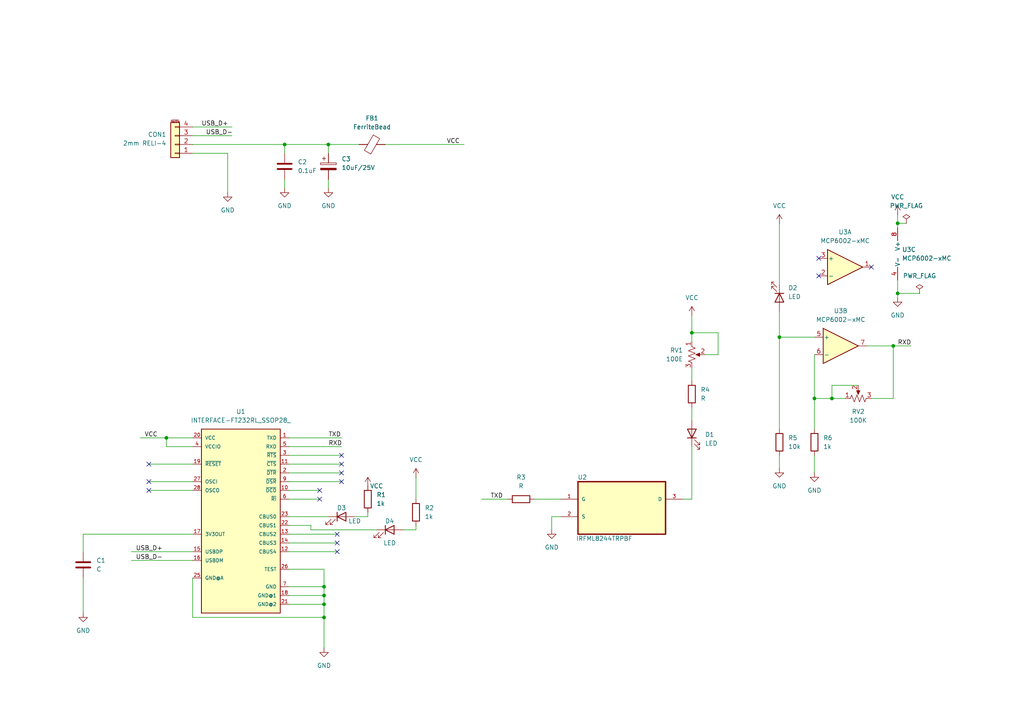
<source format=kicad_sch>
(kicad_sch
	(version 20231120)
	(generator "eeschema")
	(generator_version "8.0")
	(uuid "29a767b8-014c-42c3-a13d-4d060b2e95f2")
	(paper "A4")
	(lib_symbols
		(symbol "Amplifier_Operational:MCP6002-xMC"
			(pin_names
				(offset 0.127)
			)
			(exclude_from_sim no)
			(in_bom yes)
			(on_board yes)
			(property "Reference" "U"
				(at 0 5.08 0)
				(effects
					(font
						(size 1.27 1.27)
					)
					(justify left)
				)
			)
			(property "Value" "MCP6002-xMC"
				(at 0 -5.08 0)
				(effects
					(font
						(size 1.27 1.27)
					)
					(justify left)
				)
			)
			(property "Footprint" "Package_DFN_QFN:DFN-8-1EP_3x2mm_P0.5mm_EP1.75x1.45mm"
				(at 0 0 0)
				(effects
					(font
						(size 1.27 1.27)
					)
					(hide yes)
				)
			)
			(property "Datasheet" "http://ww1.microchip.com/downloads/en/DeviceDoc/21733j.pdf"
				(at 0 0 0)
				(effects
					(font
						(size 1.27 1.27)
					)
					(hide yes)
				)
			)
			(property "Description" "1MHz, Low-Power Op Amp, DFN-8"
				(at 0 0 0)
				(effects
					(font
						(size 1.27 1.27)
					)
					(hide yes)
				)
			)
			(property "ki_locked" ""
				(at 0 0 0)
				(effects
					(font
						(size 1.27 1.27)
					)
				)
			)
			(property "ki_keywords" "dual opamp"
				(at 0 0 0)
				(effects
					(font
						(size 1.27 1.27)
					)
					(hide yes)
				)
			)
			(property "ki_fp_filters" "DFN*1EP*3x2mm*P0.5mm*"
				(at 0 0 0)
				(effects
					(font
						(size 1.27 1.27)
					)
					(hide yes)
				)
			)
			(symbol "MCP6002-xMC_1_1"
				(polyline
					(pts
						(xy -5.08 5.08) (xy 5.08 0) (xy -5.08 -5.08) (xy -5.08 5.08)
					)
					(stroke
						(width 0.254)
						(type default)
					)
					(fill
						(type background)
					)
				)
				(pin output line
					(at 7.62 0 180)
					(length 2.54)
					(name "~"
						(effects
							(font
								(size 1.27 1.27)
							)
						)
					)
					(number "1"
						(effects
							(font
								(size 1.27 1.27)
							)
						)
					)
				)
				(pin input line
					(at -7.62 -2.54 0)
					(length 2.54)
					(name "-"
						(effects
							(font
								(size 1.27 1.27)
							)
						)
					)
					(number "2"
						(effects
							(font
								(size 1.27 1.27)
							)
						)
					)
				)
				(pin input line
					(at -7.62 2.54 0)
					(length 2.54)
					(name "+"
						(effects
							(font
								(size 1.27 1.27)
							)
						)
					)
					(number "3"
						(effects
							(font
								(size 1.27 1.27)
							)
						)
					)
				)
			)
			(symbol "MCP6002-xMC_2_1"
				(polyline
					(pts
						(xy -5.08 5.08) (xy 5.08 0) (xy -5.08 -5.08) (xy -5.08 5.08)
					)
					(stroke
						(width 0.254)
						(type default)
					)
					(fill
						(type background)
					)
				)
				(pin input line
					(at -7.62 2.54 0)
					(length 2.54)
					(name "+"
						(effects
							(font
								(size 1.27 1.27)
							)
						)
					)
					(number "5"
						(effects
							(font
								(size 1.27 1.27)
							)
						)
					)
				)
				(pin input line
					(at -7.62 -2.54 0)
					(length 2.54)
					(name "-"
						(effects
							(font
								(size 1.27 1.27)
							)
						)
					)
					(number "6"
						(effects
							(font
								(size 1.27 1.27)
							)
						)
					)
				)
				(pin output line
					(at 7.62 0 180)
					(length 2.54)
					(name "~"
						(effects
							(font
								(size 1.27 1.27)
							)
						)
					)
					(number "7"
						(effects
							(font
								(size 1.27 1.27)
							)
						)
					)
				)
			)
			(symbol "MCP6002-xMC_3_1"
				(pin power_in line
					(at -2.54 -7.62 90)
					(length 3.81)
					(name "V-"
						(effects
							(font
								(size 1.27 1.27)
							)
						)
					)
					(number "4"
						(effects
							(font
								(size 1.27 1.27)
							)
						)
					)
				)
				(pin power_in line
					(at -2.54 7.62 270)
					(length 3.81)
					(name "V+"
						(effects
							(font
								(size 1.27 1.27)
							)
						)
					)
					(number "8"
						(effects
							(font
								(size 1.27 1.27)
							)
						)
					)
				)
				(pin passive line
					(at -2.54 -7.62 90)
					(length 3.81) hide
					(name "V-"
						(effects
							(font
								(size 1.27 1.27)
							)
						)
					)
					(number "9"
						(effects
							(font
								(size 1.27 1.27)
							)
						)
					)
				)
			)
		)
		(symbol "Connector_Generic_MountingPin:Conn_01x04_MountingPin"
			(pin_names
				(offset 1.016) hide)
			(exclude_from_sim no)
			(in_bom yes)
			(on_board yes)
			(property "Reference" "CON1"
				(at 2.54 -2.8957 0)
				(effects
					(font
						(size 1.27 1.27)
					)
					(justify left)
				)
			)
			(property "Value" "2mm RELI-4"
				(at 2.54 -0.3557 0)
				(effects
					(font
						(size 1.27 1.27)
					)
					(justify left)
				)
			)
			(property "Footprint" "Connector_PinSocket_2.00mm:PinSocket_1x04_P2.00mm_Vertical"
				(at 0 0 0)
				(effects
					(font
						(size 1.27 1.27)
					)
					(hide yes)
				)
			)
			(property "Datasheet" "~"
				(at 0 0 0)
				(effects
					(font
						(size 1.27 1.27)
					)
					(hide yes)
				)
			)
			(property "Description" "Generic connectable mounting pin connector, single row, 01x04, script generated (kicad-library-utils/schlib/autogen/connector/)"
				(at 0 0 0)
				(effects
					(font
						(size 1.27 1.27)
					)
					(hide yes)
				)
			)
			(property "ki_keywords" "connector"
				(at 0 0 0)
				(effects
					(font
						(size 1.27 1.27)
					)
					(hide yes)
				)
			)
			(property "ki_fp_filters" "Connector*:*_1x??-1MP*"
				(at 0 0 0)
				(effects
					(font
						(size 1.27 1.27)
					)
					(hide yes)
				)
			)
			(symbol "Conn_01x04_MountingPin_1_1"
				(rectangle
					(start -1.27 -4.953)
					(end 0 -5.207)
					(stroke
						(width 0.1524)
						(type default)
					)
					(fill
						(type none)
					)
				)
				(rectangle
					(start -1.27 -2.413)
					(end 0 -2.667)
					(stroke
						(width 0.1524)
						(type default)
					)
					(fill
						(type none)
					)
				)
				(rectangle
					(start -1.27 0.127)
					(end 0 -0.127)
					(stroke
						(width 0.1524)
						(type default)
					)
					(fill
						(type none)
					)
				)
				(rectangle
					(start -1.27 2.667)
					(end 0 2.413)
					(stroke
						(width 0.1524)
						(type default)
					)
					(fill
						(type none)
					)
				)
				(rectangle
					(start -1.27 3.81)
					(end 1.27 -6.35)
					(stroke
						(width 0.254)
						(type default)
					)
					(fill
						(type background)
					)
				)
				(polyline
					(pts
						(xy -1.016 -7.112) (xy 1.016 -7.112)
					)
					(stroke
						(width 0.1524)
						(type default)
					)
					(fill
						(type none)
					)
				)
				(text "Mounting"
					(at 0 -6.731 0)
					(effects
						(font
							(size 0.381 0.381)
						)
					)
				)
				(pin passive line
					(at -5.08 2.54 0)
					(length 3.81)
					(name "Pin_1"
						(effects
							(font
								(size 1.27 1.27)
							)
						)
					)
					(number "1"
						(effects
							(font
								(size 1.27 1.27)
							)
						)
					)
				)
				(pin passive line
					(at -5.08 0 0)
					(length 3.81)
					(name "Pin_2"
						(effects
							(font
								(size 1.27 1.27)
							)
						)
					)
					(number "2"
						(effects
							(font
								(size 1.27 1.27)
							)
						)
					)
				)
				(pin passive line
					(at -5.08 -2.54 0)
					(length 3.81)
					(name "Pin_3"
						(effects
							(font
								(size 1.27 1.27)
							)
						)
					)
					(number "3"
						(effects
							(font
								(size 1.27 1.27)
							)
						)
					)
				)
				(pin passive line
					(at -5.08 -5.08 0)
					(length 3.81)
					(name "Pin_4"
						(effects
							(font
								(size 1.27 1.27)
							)
						)
					)
					(number "4"
						(effects
							(font
								(size 1.27 1.27)
							)
						)
					)
				)
			)
		)
		(symbol "Device:C"
			(pin_numbers hide)
			(pin_names
				(offset 0.254)
			)
			(exclude_from_sim no)
			(in_bom yes)
			(on_board yes)
			(property "Reference" "C"
				(at 0.635 2.54 0)
				(effects
					(font
						(size 1.27 1.27)
					)
					(justify left)
				)
			)
			(property "Value" "C"
				(at 0.635 -2.54 0)
				(effects
					(font
						(size 1.27 1.27)
					)
					(justify left)
				)
			)
			(property "Footprint" ""
				(at 0.9652 -3.81 0)
				(effects
					(font
						(size 1.27 1.27)
					)
					(hide yes)
				)
			)
			(property "Datasheet" "~"
				(at 0 0 0)
				(effects
					(font
						(size 1.27 1.27)
					)
					(hide yes)
				)
			)
			(property "Description" "Unpolarized capacitor"
				(at 0 0 0)
				(effects
					(font
						(size 1.27 1.27)
					)
					(hide yes)
				)
			)
			(property "ki_keywords" "cap capacitor"
				(at 0 0 0)
				(effects
					(font
						(size 1.27 1.27)
					)
					(hide yes)
				)
			)
			(property "ki_fp_filters" "C_*"
				(at 0 0 0)
				(effects
					(font
						(size 1.27 1.27)
					)
					(hide yes)
				)
			)
			(symbol "C_0_1"
				(polyline
					(pts
						(xy -2.032 -0.762) (xy 2.032 -0.762)
					)
					(stroke
						(width 0.508)
						(type default)
					)
					(fill
						(type none)
					)
				)
				(polyline
					(pts
						(xy -2.032 0.762) (xy 2.032 0.762)
					)
					(stroke
						(width 0.508)
						(type default)
					)
					(fill
						(type none)
					)
				)
			)
			(symbol "C_1_1"
				(pin passive line
					(at 0 3.81 270)
					(length 2.794)
					(name "~"
						(effects
							(font
								(size 1.27 1.27)
							)
						)
					)
					(number "1"
						(effects
							(font
								(size 1.27 1.27)
							)
						)
					)
				)
				(pin passive line
					(at 0 -3.81 90)
					(length 2.794)
					(name "~"
						(effects
							(font
								(size 1.27 1.27)
							)
						)
					)
					(number "2"
						(effects
							(font
								(size 1.27 1.27)
							)
						)
					)
				)
			)
		)
		(symbol "Device:C_Polarized"
			(pin_numbers hide)
			(pin_names
				(offset 0.254)
			)
			(exclude_from_sim no)
			(in_bom yes)
			(on_board yes)
			(property "Reference" "C"
				(at 0.635 2.54 0)
				(effects
					(font
						(size 1.27 1.27)
					)
					(justify left)
				)
			)
			(property "Value" "C_Polarized"
				(at 0.635 -2.54 0)
				(effects
					(font
						(size 1.27 1.27)
					)
					(justify left)
				)
			)
			(property "Footprint" ""
				(at 0.9652 -3.81 0)
				(effects
					(font
						(size 1.27 1.27)
					)
					(hide yes)
				)
			)
			(property "Datasheet" "~"
				(at 0 0 0)
				(effects
					(font
						(size 1.27 1.27)
					)
					(hide yes)
				)
			)
			(property "Description" "Polarized capacitor"
				(at 0 0 0)
				(effects
					(font
						(size 1.27 1.27)
					)
					(hide yes)
				)
			)
			(property "ki_keywords" "cap capacitor"
				(at 0 0 0)
				(effects
					(font
						(size 1.27 1.27)
					)
					(hide yes)
				)
			)
			(property "ki_fp_filters" "CP_*"
				(at 0 0 0)
				(effects
					(font
						(size 1.27 1.27)
					)
					(hide yes)
				)
			)
			(symbol "C_Polarized_0_1"
				(rectangle
					(start -2.286 0.508)
					(end 2.286 1.016)
					(stroke
						(width 0)
						(type default)
					)
					(fill
						(type none)
					)
				)
				(polyline
					(pts
						(xy -1.778 2.286) (xy -0.762 2.286)
					)
					(stroke
						(width 0)
						(type default)
					)
					(fill
						(type none)
					)
				)
				(polyline
					(pts
						(xy -1.27 2.794) (xy -1.27 1.778)
					)
					(stroke
						(width 0)
						(type default)
					)
					(fill
						(type none)
					)
				)
				(rectangle
					(start 2.286 -0.508)
					(end -2.286 -1.016)
					(stroke
						(width 0)
						(type default)
					)
					(fill
						(type outline)
					)
				)
			)
			(symbol "C_Polarized_1_1"
				(pin passive line
					(at 0 3.81 270)
					(length 2.794)
					(name "~"
						(effects
							(font
								(size 1.27 1.27)
							)
						)
					)
					(number "1"
						(effects
							(font
								(size 1.27 1.27)
							)
						)
					)
				)
				(pin passive line
					(at 0 -3.81 90)
					(length 2.794)
					(name "~"
						(effects
							(font
								(size 1.27 1.27)
							)
						)
					)
					(number "2"
						(effects
							(font
								(size 1.27 1.27)
							)
						)
					)
				)
			)
		)
		(symbol "Device:FerriteBead"
			(pin_numbers hide)
			(pin_names
				(offset 0)
			)
			(exclude_from_sim no)
			(in_bom yes)
			(on_board yes)
			(property "Reference" "FB"
				(at -3.81 0.635 90)
				(effects
					(font
						(size 1.27 1.27)
					)
				)
			)
			(property "Value" "FerriteBead"
				(at 3.81 0 90)
				(effects
					(font
						(size 1.27 1.27)
					)
				)
			)
			(property "Footprint" ""
				(at -1.778 0 90)
				(effects
					(font
						(size 1.27 1.27)
					)
					(hide yes)
				)
			)
			(property "Datasheet" "~"
				(at 0 0 0)
				(effects
					(font
						(size 1.27 1.27)
					)
					(hide yes)
				)
			)
			(property "Description" "Ferrite bead"
				(at 0 0 0)
				(effects
					(font
						(size 1.27 1.27)
					)
					(hide yes)
				)
			)
			(property "ki_keywords" "L ferrite bead inductor filter"
				(at 0 0 0)
				(effects
					(font
						(size 1.27 1.27)
					)
					(hide yes)
				)
			)
			(property "ki_fp_filters" "Inductor_* L_* *Ferrite*"
				(at 0 0 0)
				(effects
					(font
						(size 1.27 1.27)
					)
					(hide yes)
				)
			)
			(symbol "FerriteBead_0_1"
				(polyline
					(pts
						(xy 0 -1.27) (xy 0 -1.2192)
					)
					(stroke
						(width 0)
						(type default)
					)
					(fill
						(type none)
					)
				)
				(polyline
					(pts
						(xy 0 1.27) (xy 0 1.2954)
					)
					(stroke
						(width 0)
						(type default)
					)
					(fill
						(type none)
					)
				)
				(polyline
					(pts
						(xy -2.7686 0.4064) (xy -1.7018 2.2606) (xy 2.7686 -0.3048) (xy 1.6764 -2.159) (xy -2.7686 0.4064)
					)
					(stroke
						(width 0)
						(type default)
					)
					(fill
						(type none)
					)
				)
			)
			(symbol "FerriteBead_1_1"
				(pin passive line
					(at 0 3.81 270)
					(length 2.54)
					(name "~"
						(effects
							(font
								(size 1.27 1.27)
							)
						)
					)
					(number "1"
						(effects
							(font
								(size 1.27 1.27)
							)
						)
					)
				)
				(pin passive line
					(at 0 -3.81 90)
					(length 2.54)
					(name "~"
						(effects
							(font
								(size 1.27 1.27)
							)
						)
					)
					(number "2"
						(effects
							(font
								(size 1.27 1.27)
							)
						)
					)
				)
			)
		)
		(symbol "Device:LED"
			(pin_numbers hide)
			(pin_names
				(offset 1.016) hide)
			(exclude_from_sim no)
			(in_bom yes)
			(on_board yes)
			(property "Reference" "D"
				(at 0 2.54 0)
				(effects
					(font
						(size 1.27 1.27)
					)
				)
			)
			(property "Value" "LED"
				(at 0 -2.54 0)
				(effects
					(font
						(size 1.27 1.27)
					)
				)
			)
			(property "Footprint" ""
				(at 0 0 0)
				(effects
					(font
						(size 1.27 1.27)
					)
					(hide yes)
				)
			)
			(property "Datasheet" "~"
				(at 0 0 0)
				(effects
					(font
						(size 1.27 1.27)
					)
					(hide yes)
				)
			)
			(property "Description" "Light emitting diode"
				(at 0 0 0)
				(effects
					(font
						(size 1.27 1.27)
					)
					(hide yes)
				)
			)
			(property "ki_keywords" "LED diode"
				(at 0 0 0)
				(effects
					(font
						(size 1.27 1.27)
					)
					(hide yes)
				)
			)
			(property "ki_fp_filters" "LED* LED_SMD:* LED_THT:*"
				(at 0 0 0)
				(effects
					(font
						(size 1.27 1.27)
					)
					(hide yes)
				)
			)
			(symbol "LED_0_1"
				(polyline
					(pts
						(xy -1.27 -1.27) (xy -1.27 1.27)
					)
					(stroke
						(width 0.254)
						(type default)
					)
					(fill
						(type none)
					)
				)
				(polyline
					(pts
						(xy -1.27 0) (xy 1.27 0)
					)
					(stroke
						(width 0)
						(type default)
					)
					(fill
						(type none)
					)
				)
				(polyline
					(pts
						(xy 1.27 -1.27) (xy 1.27 1.27) (xy -1.27 0) (xy 1.27 -1.27)
					)
					(stroke
						(width 0.254)
						(type default)
					)
					(fill
						(type none)
					)
				)
				(polyline
					(pts
						(xy -3.048 -0.762) (xy -4.572 -2.286) (xy -3.81 -2.286) (xy -4.572 -2.286) (xy -4.572 -1.524)
					)
					(stroke
						(width 0)
						(type default)
					)
					(fill
						(type none)
					)
				)
				(polyline
					(pts
						(xy -1.778 -0.762) (xy -3.302 -2.286) (xy -2.54 -2.286) (xy -3.302 -2.286) (xy -3.302 -1.524)
					)
					(stroke
						(width 0)
						(type default)
					)
					(fill
						(type none)
					)
				)
			)
			(symbol "LED_1_1"
				(pin passive line
					(at -3.81 0 0)
					(length 2.54)
					(name "K"
						(effects
							(font
								(size 1.27 1.27)
							)
						)
					)
					(number "1"
						(effects
							(font
								(size 1.27 1.27)
							)
						)
					)
				)
				(pin passive line
					(at 3.81 0 180)
					(length 2.54)
					(name "A"
						(effects
							(font
								(size 1.27 1.27)
							)
						)
					)
					(number "2"
						(effects
							(font
								(size 1.27 1.27)
							)
						)
					)
				)
			)
		)
		(symbol "Device:R"
			(pin_numbers hide)
			(pin_names
				(offset 0)
			)
			(exclude_from_sim no)
			(in_bom yes)
			(on_board yes)
			(property "Reference" "R"
				(at 2.032 0 90)
				(effects
					(font
						(size 1.27 1.27)
					)
				)
			)
			(property "Value" "R"
				(at 0 0 90)
				(effects
					(font
						(size 1.27 1.27)
					)
				)
			)
			(property "Footprint" ""
				(at -1.778 0 90)
				(effects
					(font
						(size 1.27 1.27)
					)
					(hide yes)
				)
			)
			(property "Datasheet" "~"
				(at 0 0 0)
				(effects
					(font
						(size 1.27 1.27)
					)
					(hide yes)
				)
			)
			(property "Description" "Resistor"
				(at 0 0 0)
				(effects
					(font
						(size 1.27 1.27)
					)
					(hide yes)
				)
			)
			(property "ki_keywords" "R res resistor"
				(at 0 0 0)
				(effects
					(font
						(size 1.27 1.27)
					)
					(hide yes)
				)
			)
			(property "ki_fp_filters" "R_*"
				(at 0 0 0)
				(effects
					(font
						(size 1.27 1.27)
					)
					(hide yes)
				)
			)
			(symbol "R_0_1"
				(rectangle
					(start -1.016 -2.54)
					(end 1.016 2.54)
					(stroke
						(width 0.254)
						(type default)
					)
					(fill
						(type none)
					)
				)
			)
			(symbol "R_1_1"
				(pin passive line
					(at 0 3.81 270)
					(length 1.27)
					(name "~"
						(effects
							(font
								(size 1.27 1.27)
							)
						)
					)
					(number "1"
						(effects
							(font
								(size 1.27 1.27)
							)
						)
					)
				)
				(pin passive line
					(at 0 -3.81 90)
					(length 1.27)
					(name "~"
						(effects
							(font
								(size 1.27 1.27)
							)
						)
					)
					(number "2"
						(effects
							(font
								(size 1.27 1.27)
							)
						)
					)
				)
			)
		)
		(symbol "Device:R_Potentiometer_US"
			(pin_names
				(offset 1.016) hide)
			(exclude_from_sim no)
			(in_bom yes)
			(on_board yes)
			(property "Reference" "RV"
				(at -4.445 0 90)
				(effects
					(font
						(size 1.27 1.27)
					)
				)
			)
			(property "Value" "R_Potentiometer_US"
				(at -2.54 0 90)
				(effects
					(font
						(size 1.27 1.27)
					)
				)
			)
			(property "Footprint" ""
				(at 0 0 0)
				(effects
					(font
						(size 1.27 1.27)
					)
					(hide yes)
				)
			)
			(property "Datasheet" "~"
				(at 0 0 0)
				(effects
					(font
						(size 1.27 1.27)
					)
					(hide yes)
				)
			)
			(property "Description" "Potentiometer, US symbol"
				(at 0 0 0)
				(effects
					(font
						(size 1.27 1.27)
					)
					(hide yes)
				)
			)
			(property "ki_keywords" "resistor variable"
				(at 0 0 0)
				(effects
					(font
						(size 1.27 1.27)
					)
					(hide yes)
				)
			)
			(property "ki_fp_filters" "Potentiometer*"
				(at 0 0 0)
				(effects
					(font
						(size 1.27 1.27)
					)
					(hide yes)
				)
			)
			(symbol "R_Potentiometer_US_0_1"
				(polyline
					(pts
						(xy 0 -2.286) (xy 0 -2.54)
					)
					(stroke
						(width 0)
						(type default)
					)
					(fill
						(type none)
					)
				)
				(polyline
					(pts
						(xy 0 2.54) (xy 0 2.286)
					)
					(stroke
						(width 0)
						(type default)
					)
					(fill
						(type none)
					)
				)
				(polyline
					(pts
						(xy 2.54 0) (xy 1.524 0)
					)
					(stroke
						(width 0)
						(type default)
					)
					(fill
						(type none)
					)
				)
				(polyline
					(pts
						(xy 1.143 0) (xy 2.286 0.508) (xy 2.286 -0.508) (xy 1.143 0)
					)
					(stroke
						(width 0)
						(type default)
					)
					(fill
						(type outline)
					)
				)
				(polyline
					(pts
						(xy 0 -0.762) (xy 1.016 -1.143) (xy 0 -1.524) (xy -1.016 -1.905) (xy 0 -2.286)
					)
					(stroke
						(width 0)
						(type default)
					)
					(fill
						(type none)
					)
				)
				(polyline
					(pts
						(xy 0 0.762) (xy 1.016 0.381) (xy 0 0) (xy -1.016 -0.381) (xy 0 -0.762)
					)
					(stroke
						(width 0)
						(type default)
					)
					(fill
						(type none)
					)
				)
				(polyline
					(pts
						(xy 0 2.286) (xy 1.016 1.905) (xy 0 1.524) (xy -1.016 1.143) (xy 0 0.762)
					)
					(stroke
						(width 0)
						(type default)
					)
					(fill
						(type none)
					)
				)
			)
			(symbol "R_Potentiometer_US_1_1"
				(pin passive line
					(at 0 3.81 270)
					(length 1.27)
					(name "1"
						(effects
							(font
								(size 1.27 1.27)
							)
						)
					)
					(number "1"
						(effects
							(font
								(size 1.27 1.27)
							)
						)
					)
				)
				(pin passive line
					(at 3.81 0 180)
					(length 1.27)
					(name "2"
						(effects
							(font
								(size 1.27 1.27)
							)
						)
					)
					(number "2"
						(effects
							(font
								(size 1.27 1.27)
							)
						)
					)
				)
				(pin passive line
					(at 0 -3.81 90)
					(length 1.27)
					(name "3"
						(effects
							(font
								(size 1.27 1.27)
							)
						)
					)
					(number "3"
						(effects
							(font
								(size 1.27 1.27)
							)
						)
					)
				)
			)
		)
		(symbol "INTERFACE-FT232RL:INTERFACE-FT232RL_SSOP28_"
			(pin_names
				(offset 1.016)
			)
			(exclude_from_sim no)
			(in_bom yes)
			(on_board yes)
			(property "Reference" "U"
				(at -11.43 27.94 0)
				(effects
					(font
						(size 1.27 1.27)
					)
					(justify left bottom)
				)
			)
			(property "Value" "FT232RL-SSOP28"
				(at 0 0 0)
				(effects
					(font
						(size 1.27 1.27)
					)
					(justify bottom)
					(hide yes)
				)
			)
			(property "Footprint" "INTERFACE-FT232RL_SSOP28_:SSOP28-0.65-10.2X5.2MM"
				(at 0 0 0)
				(effects
					(font
						(size 1.27 1.27)
					)
					(justify bottom)
					(hide yes)
				)
			)
			(property "Datasheet" ""
				(at 0 0 0)
				(effects
					(font
						(size 1.27 1.27)
					)
					(hide yes)
				)
			)
			(property "Description" ""
				(at 0 0 0)
				(effects
					(font
						(size 1.27 1.27)
					)
					(hide yes)
				)
			)
			(property "MF" "FTDI, Future"
				(at 0 0 0)
				(effects
					(font
						(size 1.27 1.27)
					)
					(justify bottom)
					(hide yes)
				)
			)
			(property "Description_1" "\nUSB Bridge, USB to UART USB 2.0 UART Interface 28-SSOP\n"
				(at 0 0 0)
				(effects
					(font
						(size 1.27 1.27)
					)
					(justify bottom)
					(hide yes)
				)
			)
			(property "Package" "SSOP-28 FTDI"
				(at 0 0 0)
				(effects
					(font
						(size 1.27 1.27)
					)
					(justify bottom)
					(hide yes)
				)
			)
			(property "MPN" "FT232RL"
				(at 0 0 0)
				(effects
					(font
						(size 1.27 1.27)
					)
					(justify bottom)
					(hide yes)
				)
			)
			(property "Price" "None"
				(at 0 0 0)
				(effects
					(font
						(size 1.27 1.27)
					)
					(justify bottom)
					(hide yes)
				)
			)
			(property "SnapEDA_Link" "https://www.snapeda.com/parts/FT232RL/FTDI%252C+Future+Technology+Devices+International+Ltd/view-part/?ref=snap"
				(at 0 0 0)
				(effects
					(font
						(size 1.27 1.27)
					)
					(justify bottom)
					(hide yes)
				)
			)
			(property "MP" "FT232RL"
				(at 0 0 0)
				(effects
					(font
						(size 1.27 1.27)
					)
					(justify bottom)
					(hide yes)
				)
			)
			(property "Availability" "In Stock"
				(at 0 0 0)
				(effects
					(font
						(size 1.27 1.27)
					)
					(justify bottom)
					(hide yes)
				)
			)
			(property "Check_prices" "https://www.snapeda.com/parts/FT232RL/FTDI%252C+Future+Technology+Devices+International+Ltd/view-part/?ref=eda"
				(at 0 0 0)
				(effects
					(font
						(size 1.27 1.27)
					)
					(justify bottom)
					(hide yes)
				)
			)
			(symbol "INTERFACE-FT232RL_SSOP28__0_0"
				(rectangle
					(start -11.43 -26.67)
					(end 11.43 26.67)
					(stroke
						(width 0.254)
						(type default)
					)
					(fill
						(type background)
					)
				)
				(pin input line
					(at 13.97 24.13 180)
					(length 2.54)
					(name "TXD"
						(effects
							(font
								(size 1.016 1.016)
							)
						)
					)
					(number "1"
						(effects
							(font
								(size 1.016 1.016)
							)
						)
					)
				)
				(pin input line
					(at 13.97 8.89 180)
					(length 2.54)
					(name "~{DCD}"
						(effects
							(font
								(size 1.016 1.016)
							)
						)
					)
					(number "10"
						(effects
							(font
								(size 1.016 1.016)
							)
						)
					)
				)
				(pin input line
					(at 13.97 16.51 180)
					(length 2.54)
					(name "~{CTS}"
						(effects
							(font
								(size 1.016 1.016)
							)
						)
					)
					(number "11"
						(effects
							(font
								(size 1.016 1.016)
							)
						)
					)
				)
				(pin input line
					(at 13.97 -8.89 180)
					(length 2.54)
					(name "CBUS4"
						(effects
							(font
								(size 1.016 1.016)
							)
						)
					)
					(number "12"
						(effects
							(font
								(size 1.016 1.016)
							)
						)
					)
				)
				(pin input line
					(at 13.97 -3.81 180)
					(length 2.54)
					(name "CBUS2"
						(effects
							(font
								(size 1.016 1.016)
							)
						)
					)
					(number "13"
						(effects
							(font
								(size 1.016 1.016)
							)
						)
					)
				)
				(pin input line
					(at 13.97 -6.35 180)
					(length 2.54)
					(name "CBUS3"
						(effects
							(font
								(size 1.016 1.016)
							)
						)
					)
					(number "14"
						(effects
							(font
								(size 1.016 1.016)
							)
						)
					)
				)
				(pin input line
					(at -13.97 -8.89 0)
					(length 2.54)
					(name "USBDP"
						(effects
							(font
								(size 1.016 1.016)
							)
						)
					)
					(number "15"
						(effects
							(font
								(size 1.016 1.016)
							)
						)
					)
				)
				(pin input line
					(at -13.97 -11.43 0)
					(length 2.54)
					(name "USBDM"
						(effects
							(font
								(size 1.016 1.016)
							)
						)
					)
					(number "16"
						(effects
							(font
								(size 1.016 1.016)
							)
						)
					)
				)
				(pin input line
					(at -13.97 -3.81 0)
					(length 2.54)
					(name "3V3OUT"
						(effects
							(font
								(size 1.016 1.016)
							)
						)
					)
					(number "17"
						(effects
							(font
								(size 1.016 1.016)
							)
						)
					)
				)
				(pin input line
					(at 13.97 -21.59 180)
					(length 2.54)
					(name "GND@1"
						(effects
							(font
								(size 1.016 1.016)
							)
						)
					)
					(number "18"
						(effects
							(font
								(size 1.016 1.016)
							)
						)
					)
				)
				(pin input line
					(at -13.97 16.51 0)
					(length 2.54)
					(name "~{RESET}"
						(effects
							(font
								(size 1.016 1.016)
							)
						)
					)
					(number "19"
						(effects
							(font
								(size 1.016 1.016)
							)
						)
					)
				)
				(pin input line
					(at 13.97 13.97 180)
					(length 2.54)
					(name "~{DTR}"
						(effects
							(font
								(size 1.016 1.016)
							)
						)
					)
					(number "2"
						(effects
							(font
								(size 1.016 1.016)
							)
						)
					)
				)
				(pin input line
					(at -13.97 24.13 0)
					(length 2.54)
					(name "VCC"
						(effects
							(font
								(size 1.016 1.016)
							)
						)
					)
					(number "20"
						(effects
							(font
								(size 1.016 1.016)
							)
						)
					)
				)
				(pin input line
					(at 13.97 -24.13 180)
					(length 2.54)
					(name "GND@2"
						(effects
							(font
								(size 1.016 1.016)
							)
						)
					)
					(number "21"
						(effects
							(font
								(size 1.016 1.016)
							)
						)
					)
				)
				(pin input line
					(at 13.97 -1.27 180)
					(length 2.54)
					(name "CBUS1"
						(effects
							(font
								(size 1.016 1.016)
							)
						)
					)
					(number "22"
						(effects
							(font
								(size 1.016 1.016)
							)
						)
					)
				)
				(pin input line
					(at 13.97 1.27 180)
					(length 2.54)
					(name "CBUS0"
						(effects
							(font
								(size 1.016 1.016)
							)
						)
					)
					(number "23"
						(effects
							(font
								(size 1.016 1.016)
							)
						)
					)
				)
				(pin input line
					(at -13.97 -16.51 0)
					(length 2.54)
					(name "GND@A"
						(effects
							(font
								(size 1.016 1.016)
							)
						)
					)
					(number "25"
						(effects
							(font
								(size 1.016 1.016)
							)
						)
					)
				)
				(pin input line
					(at 13.97 -13.97 180)
					(length 2.54)
					(name "TEST"
						(effects
							(font
								(size 1.016 1.016)
							)
						)
					)
					(number "26"
						(effects
							(font
								(size 1.016 1.016)
							)
						)
					)
				)
				(pin input line
					(at -13.97 11.43 0)
					(length 2.54)
					(name "OSCI"
						(effects
							(font
								(size 1.016 1.016)
							)
						)
					)
					(number "27"
						(effects
							(font
								(size 1.016 1.016)
							)
						)
					)
				)
				(pin input line
					(at -13.97 8.89 0)
					(length 2.54)
					(name "OSCO"
						(effects
							(font
								(size 1.016 1.016)
							)
						)
					)
					(number "28"
						(effects
							(font
								(size 1.016 1.016)
							)
						)
					)
				)
				(pin input line
					(at 13.97 19.05 180)
					(length 2.54)
					(name "~{RTS}"
						(effects
							(font
								(size 1.016 1.016)
							)
						)
					)
					(number "3"
						(effects
							(font
								(size 1.016 1.016)
							)
						)
					)
				)
				(pin input line
					(at -13.97 21.59 0)
					(length 2.54)
					(name "VCCIO"
						(effects
							(font
								(size 1.016 1.016)
							)
						)
					)
					(number "4"
						(effects
							(font
								(size 1.016 1.016)
							)
						)
					)
				)
				(pin input line
					(at 13.97 21.59 180)
					(length 2.54)
					(name "RXD"
						(effects
							(font
								(size 1.016 1.016)
							)
						)
					)
					(number "5"
						(effects
							(font
								(size 1.016 1.016)
							)
						)
					)
				)
				(pin input line
					(at 13.97 6.35 180)
					(length 2.54)
					(name "~{RI}"
						(effects
							(font
								(size 1.016 1.016)
							)
						)
					)
					(number "6"
						(effects
							(font
								(size 1.016 1.016)
							)
						)
					)
				)
				(pin input line
					(at 13.97 -19.05 180)
					(length 2.54)
					(name "GND"
						(effects
							(font
								(size 1.016 1.016)
							)
						)
					)
					(number "7"
						(effects
							(font
								(size 1.016 1.016)
							)
						)
					)
				)
				(pin input line
					(at 13.97 11.43 180)
					(length 2.54)
					(name "~{DSR}"
						(effects
							(font
								(size 1.016 1.016)
							)
						)
					)
					(number "9"
						(effects
							(font
								(size 1.016 1.016)
							)
						)
					)
				)
			)
		)
		(symbol "IRFML8244TRPBF:IRFML8244TRPBF"
			(pin_names
				(offset 1.016)
			)
			(exclude_from_sim no)
			(in_bom yes)
			(on_board yes)
			(property "Reference" "U"
				(at -5.2613 7.4217 0)
				(effects
					(font
						(size 1.27 1.27)
					)
					(justify left bottom)
				)
			)
			(property "Value" "IRFML8244TRPBF"
				(at -3.8928 -14.7824 0)
				(effects
					(font
						(size 1.27 1.27)
					)
					(justify left bottom)
				)
			)
			(property "Footprint" "IRFML8244TRPBF:SOT95P240X112-3N"
				(at 0 0 0)
				(effects
					(font
						(size 1.27 1.27)
					)
					(justify bottom)
					(hide yes)
				)
			)
			(property "Datasheet" ""
				(at 0 0 0)
				(effects
					(font
						(size 1.27 1.27)
					)
					(hide yes)
				)
			)
			(property "Description" ""
				(at 0 0 0)
				(effects
					(font
						(size 1.27 1.27)
					)
					(hide yes)
				)
			)
			(property "MF" "Infineon"
				(at 0 0 0)
				(effects
					(font
						(size 1.27 1.27)
					)
					(justify bottom)
					(hide yes)
				)
			)
			(property "Description_1" "\nN-channel MOSFET Transistor, 5.8 A, 25 V, 3-Pin SOT-23 | Infineon IRFML8244TRPBF\n"
				(at 0 0 0)
				(effects
					(font
						(size 1.27 1.27)
					)
					(justify bottom)
					(hide yes)
				)
			)
			(property "PACKAGE" "SOT-23-3"
				(at 0 0 0)
				(effects
					(font
						(size 1.27 1.27)
					)
					(justify bottom)
					(hide yes)
				)
			)
			(property "MPN" "IRFML8244TRPBF"
				(at 0 0 0)
				(effects
					(font
						(size 1.27 1.27)
					)
					(justify bottom)
					(hide yes)
				)
			)
			(property "Price" "None"
				(at 0 0 0)
				(effects
					(font
						(size 1.27 1.27)
					)
					(justify bottom)
					(hide yes)
				)
			)
			(property "Package" "SOT-23-3 International Rectifier"
				(at 0 0 0)
				(effects
					(font
						(size 1.27 1.27)
					)
					(justify bottom)
					(hide yes)
				)
			)
			(property "OC_FARNELL" "1857298"
				(at 0 0 0)
				(effects
					(font
						(size 1.27 1.27)
					)
					(justify bottom)
					(hide yes)
				)
			)
			(property "SnapEDA_Link" "https://www.snapeda.com/parts/IRFML8244TRPBF/Infineon+Technologies/view-part/?ref=snap"
				(at 0 0 0)
				(effects
					(font
						(size 1.27 1.27)
					)
					(justify bottom)
					(hide yes)
				)
			)
			(property "MP" "IRFML8244TRPBF"
				(at 0 0 0)
				(effects
					(font
						(size 1.27 1.27)
					)
					(justify bottom)
					(hide yes)
				)
			)
			(property "Purchase-URL" "https://www.snapeda.com/api/url_track_click_mouser/?unipart_id=227606&manufacturer=Infineon&part_name=IRFML8244TRPBF&search_term=irfml8244"
				(at 0 0 0)
				(effects
					(font
						(size 1.27 1.27)
					)
					(justify bottom)
					(hide yes)
				)
			)
			(property "SUPPLIER" "INTERNATIONAL RECTIFIER"
				(at 0 0 0)
				(effects
					(font
						(size 1.27 1.27)
					)
					(justify bottom)
					(hide yes)
				)
			)
			(property "OC_NEWARK" "25T5496"
				(at 0 0 0)
				(effects
					(font
						(size 1.27 1.27)
					)
					(justify bottom)
					(hide yes)
				)
			)
			(property "Availability" "In Stock"
				(at 0 0 0)
				(effects
					(font
						(size 1.27 1.27)
					)
					(justify bottom)
					(hide yes)
				)
			)
			(property "Check_prices" "https://www.snapeda.com/parts/IRFML8244TRPBF/Infineon+Technologies/view-part/?ref=eda"
				(at 0 0 0)
				(effects
					(font
						(size 1.27 1.27)
					)
					(justify bottom)
					(hide yes)
				)
			)
			(symbol "IRFML8244TRPBF_0_0"
				(rectangle
					(start -12.7 -10.16)
					(end 12.7 5.08)
					(stroke
						(width 0.4064)
						(type default)
					)
					(fill
						(type background)
					)
				)
				(pin input line
					(at -17.78 0 0)
					(length 5.08)
					(name "G"
						(effects
							(font
								(size 1.016 1.016)
							)
						)
					)
					(number "1"
						(effects
							(font
								(size 1.016 1.016)
							)
						)
					)
				)
				(pin passive line
					(at -17.78 -5.08 0)
					(length 5.08)
					(name "S"
						(effects
							(font
								(size 1.016 1.016)
							)
						)
					)
					(number "2"
						(effects
							(font
								(size 1.016 1.016)
							)
						)
					)
				)
				(pin output line
					(at 17.78 0 180)
					(length 5.08)
					(name "D"
						(effects
							(font
								(size 1.016 1.016)
							)
						)
					)
					(number "3"
						(effects
							(font
								(size 1.016 1.016)
							)
						)
					)
				)
			)
		)
		(symbol "power:GND"
			(power)
			(pin_numbers hide)
			(pin_names
				(offset 0) hide)
			(exclude_from_sim no)
			(in_bom yes)
			(on_board yes)
			(property "Reference" "#PWR"
				(at 0 -6.35 0)
				(effects
					(font
						(size 1.27 1.27)
					)
					(hide yes)
				)
			)
			(property "Value" "GND"
				(at 0 -3.81 0)
				(effects
					(font
						(size 1.27 1.27)
					)
				)
			)
			(property "Footprint" ""
				(at 0 0 0)
				(effects
					(font
						(size 1.27 1.27)
					)
					(hide yes)
				)
			)
			(property "Datasheet" ""
				(at 0 0 0)
				(effects
					(font
						(size 1.27 1.27)
					)
					(hide yes)
				)
			)
			(property "Description" "Power symbol creates a global label with name \"GND\" , ground"
				(at 0 0 0)
				(effects
					(font
						(size 1.27 1.27)
					)
					(hide yes)
				)
			)
			(property "ki_keywords" "global power"
				(at 0 0 0)
				(effects
					(font
						(size 1.27 1.27)
					)
					(hide yes)
				)
			)
			(symbol "GND_0_1"
				(polyline
					(pts
						(xy 0 0) (xy 0 -1.27) (xy 1.27 -1.27) (xy 0 -2.54) (xy -1.27 -1.27) (xy 0 -1.27)
					)
					(stroke
						(width 0)
						(type default)
					)
					(fill
						(type none)
					)
				)
			)
			(symbol "GND_1_1"
				(pin power_in line
					(at 0 0 270)
					(length 0)
					(name "~"
						(effects
							(font
								(size 1.27 1.27)
							)
						)
					)
					(number "1"
						(effects
							(font
								(size 1.27 1.27)
							)
						)
					)
				)
			)
		)
		(symbol "power:PWR_FLAG"
			(power)
			(pin_numbers hide)
			(pin_names
				(offset 0) hide)
			(exclude_from_sim no)
			(in_bom yes)
			(on_board yes)
			(property "Reference" "#FLG"
				(at 0 1.905 0)
				(effects
					(font
						(size 1.27 1.27)
					)
					(hide yes)
				)
			)
			(property "Value" "PWR_FLAG"
				(at 0 3.81 0)
				(effects
					(font
						(size 1.27 1.27)
					)
				)
			)
			(property "Footprint" ""
				(at 0 0 0)
				(effects
					(font
						(size 1.27 1.27)
					)
					(hide yes)
				)
			)
			(property "Datasheet" "~"
				(at 0 0 0)
				(effects
					(font
						(size 1.27 1.27)
					)
					(hide yes)
				)
			)
			(property "Description" "Special symbol for telling ERC where power comes from"
				(at 0 0 0)
				(effects
					(font
						(size 1.27 1.27)
					)
					(hide yes)
				)
			)
			(property "ki_keywords" "flag power"
				(at 0 0 0)
				(effects
					(font
						(size 1.27 1.27)
					)
					(hide yes)
				)
			)
			(symbol "PWR_FLAG_0_0"
				(pin power_out line
					(at 0 0 90)
					(length 0)
					(name "~"
						(effects
							(font
								(size 1.27 1.27)
							)
						)
					)
					(number "1"
						(effects
							(font
								(size 1.27 1.27)
							)
						)
					)
				)
			)
			(symbol "PWR_FLAG_0_1"
				(polyline
					(pts
						(xy 0 0) (xy 0 1.27) (xy -1.016 1.905) (xy 0 2.54) (xy 1.016 1.905) (xy 0 1.27)
					)
					(stroke
						(width 0)
						(type default)
					)
					(fill
						(type none)
					)
				)
			)
		)
		(symbol "power:VCC"
			(power)
			(pin_numbers hide)
			(pin_names
				(offset 0) hide)
			(exclude_from_sim no)
			(in_bom yes)
			(on_board yes)
			(property "Reference" "#PWR"
				(at 0 -3.81 0)
				(effects
					(font
						(size 1.27 1.27)
					)
					(hide yes)
				)
			)
			(property "Value" "VCC"
				(at 0 3.556 0)
				(effects
					(font
						(size 1.27 1.27)
					)
				)
			)
			(property "Footprint" ""
				(at 0 0 0)
				(effects
					(font
						(size 1.27 1.27)
					)
					(hide yes)
				)
			)
			(property "Datasheet" ""
				(at 0 0 0)
				(effects
					(font
						(size 1.27 1.27)
					)
					(hide yes)
				)
			)
			(property "Description" "Power symbol creates a global label with name \"VCC\""
				(at 0 0 0)
				(effects
					(font
						(size 1.27 1.27)
					)
					(hide yes)
				)
			)
			(property "ki_keywords" "global power"
				(at 0 0 0)
				(effects
					(font
						(size 1.27 1.27)
					)
					(hide yes)
				)
			)
			(symbol "VCC_0_1"
				(polyline
					(pts
						(xy -0.762 1.27) (xy 0 2.54)
					)
					(stroke
						(width 0)
						(type default)
					)
					(fill
						(type none)
					)
				)
				(polyline
					(pts
						(xy 0 0) (xy 0 2.54)
					)
					(stroke
						(width 0)
						(type default)
					)
					(fill
						(type none)
					)
				)
				(polyline
					(pts
						(xy 0 2.54) (xy 0.762 1.27)
					)
					(stroke
						(width 0)
						(type default)
					)
					(fill
						(type none)
					)
				)
			)
			(symbol "VCC_1_1"
				(pin power_in line
					(at 0 0 90)
					(length 0)
					(name "~"
						(effects
							(font
								(size 1.27 1.27)
							)
						)
					)
					(number "1"
						(effects
							(font
								(size 1.27 1.27)
							)
						)
					)
				)
			)
		)
	)
	(junction
		(at 82.55 41.91)
		(diameter 0)
		(color 0 0 0 0)
		(uuid "0a2367ac-5d46-4489-9190-32dbd27ffe6e")
	)
	(junction
		(at 260.35 85.09)
		(diameter 0)
		(color 0 0 0 0)
		(uuid "0fbca692-62b3-4cd4-b4c5-65ce6e354f23")
	)
	(junction
		(at 93.98 175.26)
		(diameter 0)
		(color 0 0 0 0)
		(uuid "1855f054-6806-421b-bdcc-611ef2720e7d")
	)
	(junction
		(at 241.3 115.57)
		(diameter 0)
		(color 0 0 0 0)
		(uuid "1f6120b8-14fe-40ae-9e69-9feb2160407a")
	)
	(junction
		(at 259.08 100.33)
		(diameter 0)
		(color 0 0 0 0)
		(uuid "24acf406-28d1-41c6-9560-1a17363d48f9")
	)
	(junction
		(at 93.98 170.18)
		(diameter 0)
		(color 0 0 0 0)
		(uuid "341582a2-b0dc-4cfc-9f5b-679d602356b9")
	)
	(junction
		(at 95.25 41.91)
		(diameter 0)
		(color 0 0 0 0)
		(uuid "54a47078-20d1-40f3-8893-5e9b836af5e7")
	)
	(junction
		(at 93.98 172.72)
		(diameter 0)
		(color 0 0 0 0)
		(uuid "75258939-2a95-44b5-bbd0-b932998380c5")
	)
	(junction
		(at 200.66 96.52)
		(diameter 0)
		(color 0 0 0 0)
		(uuid "8e0c5cb2-729c-4ff7-a718-d4de9b395358")
	)
	(junction
		(at 48.26 127)
		(diameter 0)
		(color 0 0 0 0)
		(uuid "94a43eb1-5fef-4d84-8157-097f9d7027cd")
	)
	(junction
		(at 236.22 115.57)
		(diameter 0)
		(color 0 0 0 0)
		(uuid "9e759af1-5d89-4d4a-ae98-f7746aa50697")
	)
	(junction
		(at 226.06 97.79)
		(diameter 0)
		(color 0 0 0 0)
		(uuid "e818ece0-564b-48f9-b2ab-d0eee1a587ab")
	)
	(junction
		(at 93.98 179.07)
		(diameter 0)
		(color 0 0 0 0)
		(uuid "f48771ea-b71f-42c9-bb10-3ff44c8b0367")
	)
	(junction
		(at 260.35 64.77)
		(diameter 0)
		(color 0 0 0 0)
		(uuid "f88cf66e-02cb-4a09-a51f-b2761d27eeb4")
	)
	(no_connect
		(at 237.49 74.93)
		(uuid "00fbbc3a-9493-4dd1-9e21-71207710abb0")
	)
	(no_connect
		(at 99.06 132.08)
		(uuid "076b643a-78bc-4934-9f53-2c2cd6a3ff94")
	)
	(no_connect
		(at 99.06 137.16)
		(uuid "107230ba-2923-45fc-af5e-1c9a19a08bee")
	)
	(no_connect
		(at 43.18 142.24)
		(uuid "27482603-ce7e-4ca2-98f4-3ea3e3375ed0")
	)
	(no_connect
		(at 43.18 139.7)
		(uuid "56b17afd-2c51-4159-87d9-9b7ca9c651f3")
	)
	(no_connect
		(at 97.79 157.48)
		(uuid "6435f351-7f22-4a3e-a2ea-ff3dbb5d13fb")
	)
	(no_connect
		(at 97.79 160.02)
		(uuid "666648ba-e2d2-4f53-8c4e-88c1fa297dc7")
	)
	(no_connect
		(at 99.06 139.7)
		(uuid "689d4f90-ff94-4921-83e7-db3439d6ec18")
	)
	(no_connect
		(at 252.73 77.47)
		(uuid "86c87740-75ba-4fbb-bdc5-fbc35bab8419")
	)
	(no_connect
		(at 97.79 154.94)
		(uuid "9d1d8c50-8ec8-4002-b20a-4285fa631ee2")
	)
	(no_connect
		(at 99.06 134.62)
		(uuid "a8bd7122-68f6-46e2-8981-f770f4dade52")
	)
	(no_connect
		(at 237.49 80.01)
		(uuid "d232e107-ab07-464c-8de8-13b4ad9826fc")
	)
	(no_connect
		(at 43.18 134.62)
		(uuid "df41f7e1-d296-44b0-bd60-4fc739d3dc2f")
	)
	(no_connect
		(at 92.71 144.78)
		(uuid "ef25df9d-a9a6-4cb9-b204-bdfd3a41948d")
	)
	(no_connect
		(at 92.71 142.24)
		(uuid "f0dca7a0-7205-4043-89ed-380a8dc5d786")
	)
	(wire
		(pts
			(xy 83.82 157.48) (xy 97.79 157.48)
		)
		(stroke
			(width 0)
			(type default)
		)
		(uuid "00bbadf9-7e19-47bd-904a-8b2c82d72404")
	)
	(wire
		(pts
			(xy 93.98 170.18) (xy 93.98 172.72)
		)
		(stroke
			(width 0)
			(type default)
		)
		(uuid "01718e3a-fbac-468e-b0db-c9d10ad0cf4b")
	)
	(wire
		(pts
			(xy 66.04 44.45) (xy 66.04 55.88)
		)
		(stroke
			(width 0)
			(type default)
		)
		(uuid "03ed386d-dc6c-4cfa-927e-b81f00aced3b")
	)
	(wire
		(pts
			(xy 252.73 115.57) (xy 259.08 115.57)
		)
		(stroke
			(width 0)
			(type default)
		)
		(uuid "0b6442c1-a0fd-4794-b5e9-57f63125841b")
	)
	(wire
		(pts
			(xy 236.22 115.57) (xy 241.3 115.57)
		)
		(stroke
			(width 0)
			(type default)
		)
		(uuid "1436bb29-f4a4-445d-ad4b-028222d0d348")
	)
	(wire
		(pts
			(xy 106.68 149.86) (xy 102.87 149.86)
		)
		(stroke
			(width 0)
			(type default)
		)
		(uuid "1543a212-cf82-407d-9ba6-28f4045928b0")
	)
	(wire
		(pts
			(xy 200.66 144.78) (xy 198.12 144.78)
		)
		(stroke
			(width 0)
			(type default)
		)
		(uuid "188ef2aa-e2d6-40e2-b169-fe981088932b")
	)
	(wire
		(pts
			(xy 111.76 41.91) (xy 134.62 41.91)
		)
		(stroke
			(width 0)
			(type default)
		)
		(uuid "19a40a31-0427-4bc0-9a69-070d8b60b942")
	)
	(wire
		(pts
			(xy 83.82 172.72) (xy 93.98 172.72)
		)
		(stroke
			(width 0)
			(type default)
		)
		(uuid "1e1d2b78-d7f8-4e22-94ca-cd884567f20f")
	)
	(wire
		(pts
			(xy 260.35 81.28) (xy 260.35 85.09)
		)
		(stroke
			(width 0)
			(type default)
		)
		(uuid "263216ae-6ad8-4ba9-9943-91f322975ecc")
	)
	(wire
		(pts
			(xy 109.22 153.67) (xy 90.17 153.67)
		)
		(stroke
			(width 0)
			(type default)
		)
		(uuid "266e0607-d6f3-4b0c-85df-454ec4b4863e")
	)
	(wire
		(pts
			(xy 241.3 111.76) (xy 241.3 115.57)
		)
		(stroke
			(width 0)
			(type default)
		)
		(uuid "2714988b-f4a4-48d4-8063-70683eaeaa31")
	)
	(wire
		(pts
			(xy 204.47 102.87) (xy 208.28 102.87)
		)
		(stroke
			(width 0)
			(type default)
		)
		(uuid "28643bb7-4701-46d3-9350-b8595a63b205")
	)
	(wire
		(pts
			(xy 236.22 97.79) (xy 226.06 97.79)
		)
		(stroke
			(width 0)
			(type default)
		)
		(uuid "28f6934d-a286-48e9-8f58-43f50e3c40e0")
	)
	(wire
		(pts
			(xy 90.17 152.4) (xy 83.82 152.4)
		)
		(stroke
			(width 0)
			(type default)
		)
		(uuid "2f4ec883-e896-47e8-a6ab-a00bfdc1a414")
	)
	(wire
		(pts
			(xy 120.65 153.67) (xy 116.84 153.67)
		)
		(stroke
			(width 0)
			(type default)
		)
		(uuid "3084fe2c-10a6-4e68-9672-07b0476bf924")
	)
	(wire
		(pts
			(xy 226.06 64.77) (xy 226.06 82.55)
		)
		(stroke
			(width 0)
			(type default)
		)
		(uuid "378f6b13-6017-4d5e-8cfb-224438a777d3")
	)
	(wire
		(pts
			(xy 48.26 127) (xy 48.26 129.54)
		)
		(stroke
			(width 0)
			(type default)
		)
		(uuid "37fe1b09-ac89-40da-9c66-acf9bba7e2f4")
	)
	(wire
		(pts
			(xy 48.26 127) (xy 55.88 127)
		)
		(stroke
			(width 0)
			(type default)
		)
		(uuid "39da74a2-dd85-4e7b-9c1f-8d803a7dacf9")
	)
	(wire
		(pts
			(xy 259.08 115.57) (xy 259.08 100.33)
		)
		(stroke
			(width 0)
			(type default)
		)
		(uuid "3a8c768f-97c3-4703-aafb-8b5465d942df")
	)
	(wire
		(pts
			(xy 43.18 134.62) (xy 55.88 134.62)
		)
		(stroke
			(width 0)
			(type default)
		)
		(uuid "3e68763a-61bc-4ab9-9e17-b77ad42f6bd6")
	)
	(wire
		(pts
			(xy 226.06 97.79) (xy 226.06 90.17)
		)
		(stroke
			(width 0)
			(type default)
		)
		(uuid "40084bbd-f28f-4ac1-9a92-6c487436c3e5")
	)
	(wire
		(pts
			(xy 208.28 102.87) (xy 208.28 96.52)
		)
		(stroke
			(width 0)
			(type default)
		)
		(uuid "4cd02fa0-fa6c-4252-8a0c-4da23af040d4")
	)
	(wire
		(pts
			(xy 55.88 167.64) (xy 55.88 179.07)
		)
		(stroke
			(width 0)
			(type default)
		)
		(uuid "4f456e79-28bd-4f9f-9db4-00ee8bde7eeb")
	)
	(wire
		(pts
			(xy 200.66 96.52) (xy 208.28 96.52)
		)
		(stroke
			(width 0)
			(type default)
		)
		(uuid "53a5fc85-5994-408b-b6f0-4a320eb9aee5")
	)
	(wire
		(pts
			(xy 90.17 153.67) (xy 90.17 152.4)
		)
		(stroke
			(width 0)
			(type default)
		)
		(uuid "58a0c5ee-442f-43ad-9cc5-609c99052021")
	)
	(wire
		(pts
			(xy 83.82 137.16) (xy 99.06 137.16)
		)
		(stroke
			(width 0)
			(type default)
		)
		(uuid "6004e901-1cb1-4ec8-bfd8-27a67bf2e8eb")
	)
	(wire
		(pts
			(xy 83.82 127) (xy 99.06 127)
		)
		(stroke
			(width 0)
			(type default)
		)
		(uuid "6115fcaf-ee9f-493a-9876-11c092135476")
	)
	(wire
		(pts
			(xy 83.82 139.7) (xy 99.06 139.7)
		)
		(stroke
			(width 0)
			(type default)
		)
		(uuid "6144bd3e-6054-454a-beeb-bff6b280abdd")
	)
	(wire
		(pts
			(xy 55.88 154.94) (xy 24.13 154.94)
		)
		(stroke
			(width 0)
			(type default)
		)
		(uuid "6584cb78-28c3-430e-a9d5-2a3cd439471c")
	)
	(wire
		(pts
			(xy 55.88 39.37) (xy 67.31 39.37)
		)
		(stroke
			(width 0)
			(type default)
		)
		(uuid "6a1a6673-8bae-43fb-b20e-06e5ce80061c")
	)
	(wire
		(pts
			(xy 139.7 144.78) (xy 147.32 144.78)
		)
		(stroke
			(width 0)
			(type default)
		)
		(uuid "6d889ebf-5047-47a5-8374-6f661768a08f")
	)
	(wire
		(pts
			(xy 95.25 41.91) (xy 95.25 44.45)
		)
		(stroke
			(width 0)
			(type default)
		)
		(uuid "72bf4af8-7a5b-4f41-89c7-dd9e5d2827bb")
	)
	(wire
		(pts
			(xy 83.82 149.86) (xy 95.25 149.86)
		)
		(stroke
			(width 0)
			(type default)
		)
		(uuid "73c5a7e9-8b0c-436e-bc87-740e0f309f1c")
	)
	(wire
		(pts
			(xy 83.82 160.02) (xy 97.79 160.02)
		)
		(stroke
			(width 0)
			(type default)
		)
		(uuid "7962b70c-9646-4f37-b5b1-ba5ccff278fc")
	)
	(wire
		(pts
			(xy 260.35 64.77) (xy 260.35 66.04)
		)
		(stroke
			(width 0)
			(type default)
		)
		(uuid "7b894e64-5aac-48ee-a9bb-9a660ed6c320")
	)
	(wire
		(pts
			(xy 236.22 102.87) (xy 236.22 115.57)
		)
		(stroke
			(width 0)
			(type default)
		)
		(uuid "7fbe3274-99f9-4fdf-bed3-51ee78132cfb")
	)
	(wire
		(pts
			(xy 55.88 129.54) (xy 48.26 129.54)
		)
		(stroke
			(width 0)
			(type default)
		)
		(uuid "808694eb-df7f-4ff3-b3da-5a082ee67230")
	)
	(wire
		(pts
			(xy 83.82 154.94) (xy 97.79 154.94)
		)
		(stroke
			(width 0)
			(type default)
		)
		(uuid "85dbf44e-5ec6-45d3-b4bc-3990dbc532a1")
	)
	(wire
		(pts
			(xy 83.82 132.08) (xy 99.06 132.08)
		)
		(stroke
			(width 0)
			(type default)
		)
		(uuid "8719ce97-ea0d-4fd7-a7e5-f7d992ecdb79")
	)
	(wire
		(pts
			(xy 241.3 115.57) (xy 245.11 115.57)
		)
		(stroke
			(width 0)
			(type default)
		)
		(uuid "875fe2e6-8bff-43e0-9b34-e54957237293")
	)
	(wire
		(pts
			(xy 38.1 162.56) (xy 55.88 162.56)
		)
		(stroke
			(width 0)
			(type default)
		)
		(uuid "87cd4a2e-d0fe-4843-a78f-02844edf776e")
	)
	(wire
		(pts
			(xy 82.55 52.07) (xy 82.55 54.61)
		)
		(stroke
			(width 0)
			(type default)
		)
		(uuid "8a71197b-54ad-428a-80f3-3999771d0e04")
	)
	(wire
		(pts
			(xy 200.66 91.44) (xy 200.66 96.52)
		)
		(stroke
			(width 0)
			(type default)
		)
		(uuid "8d9e4f52-87ee-4817-8400-b19cb74867a7")
	)
	(wire
		(pts
			(xy 236.22 132.08) (xy 236.22 137.16)
		)
		(stroke
			(width 0)
			(type default)
		)
		(uuid "8f9b042c-b8ff-4f57-a5c9-7ed5c4580922")
	)
	(wire
		(pts
			(xy 83.82 142.24) (xy 92.71 142.24)
		)
		(stroke
			(width 0)
			(type default)
		)
		(uuid "9239d429-1a38-4a01-b0c2-c648273aecf6")
	)
	(wire
		(pts
			(xy 83.82 175.26) (xy 93.98 175.26)
		)
		(stroke
			(width 0)
			(type default)
		)
		(uuid "9583559d-4cc7-4c40-b0e3-b458af642989")
	)
	(wire
		(pts
			(xy 200.66 118.11) (xy 200.66 121.92)
		)
		(stroke
			(width 0)
			(type default)
		)
		(uuid "970e31ef-58d7-4f9d-a517-7f757c32cbed")
	)
	(wire
		(pts
			(xy 43.18 139.7) (xy 55.88 139.7)
		)
		(stroke
			(width 0)
			(type default)
		)
		(uuid "9766f48c-c69f-424a-96ed-e9eaf453a65a")
	)
	(wire
		(pts
			(xy 260.35 62.23) (xy 260.35 64.77)
		)
		(stroke
			(width 0)
			(type default)
		)
		(uuid "98f28c76-0106-42c4-ae0c-93ac543d80c6")
	)
	(wire
		(pts
			(xy 55.88 36.83) (xy 67.31 36.83)
		)
		(stroke
			(width 0)
			(type default)
		)
		(uuid "9a1cdeb3-ceef-4e12-a31f-911cd983ee70")
	)
	(wire
		(pts
			(xy 55.88 179.07) (xy 93.98 179.07)
		)
		(stroke
			(width 0)
			(type default)
		)
		(uuid "9be8c9b2-ac86-42a2-9487-832b1dfaef01")
	)
	(wire
		(pts
			(xy 55.88 41.91) (xy 82.55 41.91)
		)
		(stroke
			(width 0)
			(type default)
		)
		(uuid "9f9e959e-9746-4870-9407-72094a3256f4")
	)
	(wire
		(pts
			(xy 200.66 106.68) (xy 200.66 110.49)
		)
		(stroke
			(width 0)
			(type default)
		)
		(uuid "a0549f78-dd91-45f6-88ef-c205ede5e0b5")
	)
	(wire
		(pts
			(xy 236.22 115.57) (xy 236.22 124.46)
		)
		(stroke
			(width 0)
			(type default)
		)
		(uuid "a3945eb4-15ba-45d2-9bc3-23f845b3876d")
	)
	(wire
		(pts
			(xy 162.56 149.86) (xy 160.02 149.86)
		)
		(stroke
			(width 0)
			(type default)
		)
		(uuid "a6b1a1ff-77a8-4cef-b04a-3185b1a388d9")
	)
	(wire
		(pts
			(xy 24.13 167.64) (xy 24.13 177.8)
		)
		(stroke
			(width 0)
			(type default)
		)
		(uuid "aa1f4497-1643-4555-a53e-b91cc538ac9f")
	)
	(wire
		(pts
			(xy 226.06 97.79) (xy 226.06 124.46)
		)
		(stroke
			(width 0)
			(type default)
		)
		(uuid "ab91c69e-a5b6-40bb-a99c-0c3b10161660")
	)
	(wire
		(pts
			(xy 226.06 132.08) (xy 226.06 135.89)
		)
		(stroke
			(width 0)
			(type default)
		)
		(uuid "ae787829-9a4e-4bed-bbb5-6e5bf2e30828")
	)
	(wire
		(pts
			(xy 251.46 100.33) (xy 259.08 100.33)
		)
		(stroke
			(width 0)
			(type default)
		)
		(uuid "af9a6a52-4535-4077-abff-15d10ace4997")
	)
	(wire
		(pts
			(xy 95.25 41.91) (xy 104.14 41.91)
		)
		(stroke
			(width 0)
			(type default)
		)
		(uuid "b3c20c6e-9215-4c78-8aae-16d8f4a4172e")
	)
	(wire
		(pts
			(xy 260.35 64.77) (xy 262.89 64.77)
		)
		(stroke
			(width 0)
			(type default)
		)
		(uuid "b65e8a3f-dd2f-4d8a-96f1-3936a1881ab0")
	)
	(wire
		(pts
			(xy 93.98 165.1) (xy 93.98 170.18)
		)
		(stroke
			(width 0)
			(type default)
		)
		(uuid "b98dcdad-638e-4cf0-a0b7-a8940bb9a946")
	)
	(wire
		(pts
			(xy 120.65 153.67) (xy 120.65 152.4)
		)
		(stroke
			(width 0)
			(type default)
		)
		(uuid "bb5e6236-bb70-4d79-abca-72fb03e25c8d")
	)
	(wire
		(pts
			(xy 82.55 41.91) (xy 82.55 44.45)
		)
		(stroke
			(width 0)
			(type default)
		)
		(uuid "be3db73a-33a2-4c2e-ae97-f69feb3b3b8a")
	)
	(wire
		(pts
			(xy 83.82 129.54) (xy 99.06 129.54)
		)
		(stroke
			(width 0)
			(type default)
		)
		(uuid "c1d39236-7e1b-4916-9344-fce66bb92f5f")
	)
	(wire
		(pts
			(xy 83.82 165.1) (xy 93.98 165.1)
		)
		(stroke
			(width 0)
			(type default)
		)
		(uuid "c3d23fa8-dd31-47e9-8d0a-48314033870f")
	)
	(wire
		(pts
			(xy 93.98 175.26) (xy 93.98 179.07)
		)
		(stroke
			(width 0)
			(type default)
		)
		(uuid "c758a46a-9193-40af-bad3-c066e6c7a2ea")
	)
	(wire
		(pts
			(xy 24.13 154.94) (xy 24.13 160.02)
		)
		(stroke
			(width 0)
			(type default)
		)
		(uuid "c9f6a897-a6dc-4c82-80db-7a8354fa064f")
	)
	(wire
		(pts
			(xy 38.1 160.02) (xy 55.88 160.02)
		)
		(stroke
			(width 0)
			(type default)
		)
		(uuid "cd1b05ef-6752-4e2d-a5b3-c8661eb381b1")
	)
	(wire
		(pts
			(xy 266.7 85.09) (xy 260.35 85.09)
		)
		(stroke
			(width 0)
			(type default)
		)
		(uuid "cfe4a628-47c5-417d-b9a1-e8fd3fa4cd5c")
	)
	(wire
		(pts
			(xy 200.66 96.52) (xy 200.66 99.06)
		)
		(stroke
			(width 0)
			(type default)
		)
		(uuid "d14acd28-9d02-465c-b096-acf74adf516a")
	)
	(wire
		(pts
			(xy 83.82 170.18) (xy 93.98 170.18)
		)
		(stroke
			(width 0)
			(type default)
		)
		(uuid "d19ef456-f41b-4fbd-93e2-c03f91bd3ce7")
	)
	(wire
		(pts
			(xy 106.68 149.86) (xy 106.68 148.59)
		)
		(stroke
			(width 0)
			(type default)
		)
		(uuid "d3fda16f-96b9-4d9c-ab8e-95fd1127c1a5")
	)
	(wire
		(pts
			(xy 260.35 85.09) (xy 260.35 86.36)
		)
		(stroke
			(width 0)
			(type default)
		)
		(uuid "d4b72a41-b110-473c-903d-f97b2b30c447")
	)
	(wire
		(pts
			(xy 200.66 129.54) (xy 200.66 144.78)
		)
		(stroke
			(width 0)
			(type default)
		)
		(uuid "d57b7d25-3e13-4419-ba37-ad083d26dfb3")
	)
	(wire
		(pts
			(xy 40.64 127) (xy 48.26 127)
		)
		(stroke
			(width 0)
			(type default)
		)
		(uuid "d5a92d48-8ee3-478d-b988-26d5dd5b3931")
	)
	(wire
		(pts
			(xy 82.55 41.91) (xy 95.25 41.91)
		)
		(stroke
			(width 0)
			(type default)
		)
		(uuid "d83af881-1596-4722-b7f0-7d90dc882baa")
	)
	(wire
		(pts
			(xy 93.98 179.07) (xy 93.98 187.96)
		)
		(stroke
			(width 0)
			(type default)
		)
		(uuid "d996df62-8ac6-4b87-acd6-66b72558095d")
	)
	(wire
		(pts
			(xy 95.25 52.07) (xy 95.25 54.61)
		)
		(stroke
			(width 0)
			(type default)
		)
		(uuid "dae20894-89f8-4204-9c53-f1dd8faff4dd")
	)
	(wire
		(pts
			(xy 248.92 111.76) (xy 241.3 111.76)
		)
		(stroke
			(width 0)
			(type default)
		)
		(uuid "dd2094bc-2913-4da4-b9a6-11da332599c5")
	)
	(wire
		(pts
			(xy 259.08 100.33) (xy 264.16 100.33)
		)
		(stroke
			(width 0)
			(type default)
		)
		(uuid "de57a808-b841-41e6-91eb-e7f6483fa6d1")
	)
	(wire
		(pts
			(xy 93.98 172.72) (xy 93.98 175.26)
		)
		(stroke
			(width 0)
			(type default)
		)
		(uuid "df72502f-dd30-4e53-9cc1-821bf42139d4")
	)
	(wire
		(pts
			(xy 55.88 44.45) (xy 66.04 44.45)
		)
		(stroke
			(width 0)
			(type default)
		)
		(uuid "e99293bc-d090-45b8-a693-6bace5fe025a")
	)
	(wire
		(pts
			(xy 160.02 149.86) (xy 160.02 153.67)
		)
		(stroke
			(width 0)
			(type default)
		)
		(uuid "ed62d444-73b0-4de4-b0c5-a2e7b71f8b02")
	)
	(wire
		(pts
			(xy 43.18 142.24) (xy 55.88 142.24)
		)
		(stroke
			(width 0)
			(type default)
		)
		(uuid "ef2c01a0-acf9-4180-baa3-0e0f162ce692")
	)
	(wire
		(pts
			(xy 83.82 134.62) (xy 99.06 134.62)
		)
		(stroke
			(width 0)
			(type default)
		)
		(uuid "f8d23be4-d687-4dbc-ac69-b9a4e38be68b")
	)
	(wire
		(pts
			(xy 83.82 144.78) (xy 92.71 144.78)
		)
		(stroke
			(width 0)
			(type default)
		)
		(uuid "fb0616ec-0f46-44b9-93f3-c20983f75326")
	)
	(wire
		(pts
			(xy 120.65 138.43) (xy 120.65 144.78)
		)
		(stroke
			(width 0)
			(type default)
		)
		(uuid "fed1fa87-d2b8-4d67-ac8d-a021052c1a0a")
	)
	(wire
		(pts
			(xy 154.94 144.78) (xy 162.56 144.78)
		)
		(stroke
			(width 0)
			(type default)
		)
		(uuid "ff1edefa-8fa6-4791-8778-6f35785283d8")
	)
	(label "USB_D-"
		(at 59.69 39.37 0)
		(fields_autoplaced yes)
		(effects
			(font
				(size 1.27 1.27)
			)
			(justify left bottom)
		)
		(uuid "0478010b-78ea-44fb-86f3-3a27557ef19e")
	)
	(label "USB_D+"
		(at 39.37 160.02 0)
		(fields_autoplaced yes)
		(effects
			(font
				(size 1.27 1.27)
			)
			(justify left bottom)
		)
		(uuid "1064ca70-e622-4353-8e71-c157d915b6ad")
	)
	(label "VCC"
		(at 41.91 127 0)
		(fields_autoplaced yes)
		(effects
			(font
				(size 1.27 1.27)
			)
			(justify left bottom)
		)
		(uuid "2f6f6373-5a23-403f-96ac-7c7d904d301e")
	)
	(label "RXD"
		(at 260.35 100.33 0)
		(fields_autoplaced yes)
		(effects
			(font
				(size 1.27 1.27)
			)
			(justify left bottom)
		)
		(uuid "3d1ce2a6-4d88-4f83-8162-55f986abacf5")
	)
	(label "TXD"
		(at 95.25 127 0)
		(fields_autoplaced yes)
		(effects
			(font
				(size 1.27 1.27)
			)
			(justify left bottom)
		)
		(uuid "4a59aeb5-9a63-4114-9007-7cfd3805eb21")
	)
	(label "USB_D+"
		(at 58.42 36.83 0)
		(fields_autoplaced yes)
		(effects
			(font
				(size 1.27 1.27)
			)
			(justify left bottom)
		)
		(uuid "9d15213c-d129-4c70-ad8a-c3d16873a1fb")
	)
	(label "VCC"
		(at 129.54 41.91 0)
		(fields_autoplaced yes)
		(effects
			(font
				(size 1.27 1.27)
			)
			(justify left bottom)
		)
		(uuid "aed31434-6f92-4a25-a4bf-2e9bd0f739b1")
	)
	(label "USB_D-"
		(at 39.37 162.56 0)
		(fields_autoplaced yes)
		(effects
			(font
				(size 1.27 1.27)
			)
			(justify left bottom)
		)
		(uuid "b828f38e-910a-4075-825d-0a058ae388db")
	)
	(label "TXD"
		(at 142.24 144.78 0)
		(fields_autoplaced yes)
		(effects
			(font
				(size 1.27 1.27)
			)
			(justify left bottom)
		)
		(uuid "cf579651-82a8-4286-b049-34e243870f06")
	)
	(label "RXD"
		(at 95.25 129.54 0)
		(fields_autoplaced yes)
		(effects
			(font
				(size 1.27 1.27)
			)
			(justify left bottom)
		)
		(uuid "d954cec8-4c8d-46fb-8bb1-cf9912b59816")
	)
	(symbol
		(lib_id "Device:R")
		(at 106.68 144.78 0)
		(unit 1)
		(exclude_from_sim no)
		(in_bom yes)
		(on_board yes)
		(dnp no)
		(fields_autoplaced yes)
		(uuid "04af7c85-2aad-47de-a1b3-0c19c374702a")
		(property "Reference" "R1"
			(at 109.22 143.5099 0)
			(effects
				(font
					(size 1.27 1.27)
				)
				(justify left)
			)
		)
		(property "Value" "1k"
			(at 109.22 146.0499 0)
			(effects
				(font
					(size 1.27 1.27)
				)
				(justify left)
			)
		)
		(property "Footprint" "Resistor_SMD:R_0805_2012Metric"
			(at 104.902 144.78 90)
			(effects
				(font
					(size 1.27 1.27)
				)
				(hide yes)
			)
		)
		(property "Datasheet" "~"
			(at 106.68 144.78 0)
			(effects
				(font
					(size 1.27 1.27)
				)
				(hide yes)
			)
		)
		(property "Description" "Resistor"
			(at 106.68 144.78 0)
			(effects
				(font
					(size 1.27 1.27)
				)
				(hide yes)
			)
		)
		(pin "2"
			(uuid "4b9ff5ea-797b-495b-a99f-fca97b451191")
		)
		(pin "1"
			(uuid "c53e55b2-ff8f-406f-a56d-f918fa49ec06")
		)
		(instances
			(project "WM14"
				(path "/29a767b8-014c-42c3-a13d-4d060b2e95f2"
					(reference "R1")
					(unit 1)
				)
			)
		)
	)
	(symbol
		(lib_id "Device:LED")
		(at 200.66 125.73 90)
		(unit 1)
		(exclude_from_sim no)
		(in_bom yes)
		(on_board yes)
		(dnp no)
		(fields_autoplaced yes)
		(uuid "07c00576-1343-424e-a510-b5cb19a10ec4")
		(property "Reference" "D1"
			(at 204.47 126.0474 90)
			(effects
				(font
					(size 1.27 1.27)
				)
				(justify right)
			)
		)
		(property "Value" "LED"
			(at 204.47 128.5874 90)
			(effects
				(font
					(size 1.27 1.27)
				)
				(justify right)
			)
		)
		(property "Footprint" "LED_THT:LED_D5.0mm_Clear"
			(at 200.66 125.73 0)
			(effects
				(font
					(size 1.27 1.27)
				)
				(hide yes)
			)
		)
		(property "Datasheet" "~"
			(at 200.66 125.73 0)
			(effects
				(font
					(size 1.27 1.27)
				)
				(hide yes)
			)
		)
		(property "Description" "Light emitting diode"
			(at 200.66 125.73 0)
			(effects
				(font
					(size 1.27 1.27)
				)
				(hide yes)
			)
		)
		(pin "2"
			(uuid "5c4df92e-48fc-40f7-b4a7-0577e336d081")
		)
		(pin "1"
			(uuid "6ae0a015-c6e7-4157-a046-f52c77676a30")
		)
		(instances
			(project "WM14"
				(path "/29a767b8-014c-42c3-a13d-4d060b2e95f2"
					(reference "D1")
					(unit 1)
				)
			)
		)
	)
	(symbol
		(lib_id "power:GND")
		(at 160.02 153.67 0)
		(unit 1)
		(exclude_from_sim no)
		(in_bom yes)
		(on_board yes)
		(dnp no)
		(fields_autoplaced yes)
		(uuid "0a1e50f5-ed32-4cdd-9435-ceef54d9d4a2")
		(property "Reference" "#PWR05"
			(at 160.02 160.02 0)
			(effects
				(font
					(size 1.27 1.27)
				)
				(hide yes)
			)
		)
		(property "Value" "GND"
			(at 160.02 158.75 0)
			(effects
				(font
					(size 1.27 1.27)
				)
			)
		)
		(property "Footprint" ""
			(at 160.02 153.67 0)
			(effects
				(font
					(size 1.27 1.27)
				)
				(hide yes)
			)
		)
		(property "Datasheet" ""
			(at 160.02 153.67 0)
			(effects
				(font
					(size 1.27 1.27)
				)
				(hide yes)
			)
		)
		(property "Description" "Power symbol creates a global label with name \"GND\" , ground"
			(at 160.02 153.67 0)
			(effects
				(font
					(size 1.27 1.27)
				)
				(hide yes)
			)
		)
		(pin "1"
			(uuid "22232284-6c65-40d5-9168-29578ee84f59")
		)
		(instances
			(project "WM14"
				(path "/29a767b8-014c-42c3-a13d-4d060b2e95f2"
					(reference "#PWR05")
					(unit 1)
				)
			)
		)
	)
	(symbol
		(lib_id "IRFML8244TRPBF:IRFML8244TRPBF")
		(at 180.34 144.78 0)
		(unit 1)
		(exclude_from_sim no)
		(in_bom yes)
		(on_board yes)
		(dnp no)
		(uuid "10d2a67c-a392-4424-bfdb-f9e23d6de1dc")
		(property "Reference" "U2"
			(at 168.91 138.43 0)
			(effects
				(font
					(size 1.27 1.27)
				)
			)
		)
		(property "Value" "IRFML8244TRPBF"
			(at 175.26 156.21 0)
			(effects
				(font
					(size 1.27 1.27)
				)
			)
		)
		(property "Footprint" "IRFML8244TRPBF:SOT95P240X112-3N"
			(at 180.34 144.78 0)
			(effects
				(font
					(size 1.27 1.27)
				)
				(justify bottom)
				(hide yes)
			)
		)
		(property "Datasheet" ""
			(at 180.34 144.78 0)
			(effects
				(font
					(size 1.27 1.27)
				)
				(hide yes)
			)
		)
		(property "Description" ""
			(at 180.34 144.78 0)
			(effects
				(font
					(size 1.27 1.27)
				)
				(hide yes)
			)
		)
		(property "MF" "Infineon"
			(at 180.34 144.78 0)
			(effects
				(font
					(size 1.27 1.27)
				)
				(justify bottom)
				(hide yes)
			)
		)
		(property "Description_1" "\nN-channel MOSFET Transistor, 5.8 A, 25 V, 3-Pin SOT-23 | Infineon IRFML8244TRPBF\n"
			(at 180.34 144.78 0)
			(effects
				(font
					(size 1.27 1.27)
				)
				(justify bottom)
				(hide yes)
			)
		)
		(property "PACKAGE" "SOT-23-3"
			(at 180.34 144.78 0)
			(effects
				(font
					(size 1.27 1.27)
				)
				(justify bottom)
				(hide yes)
			)
		)
		(property "MPN" "IRFML8244TRPBF"
			(at 180.34 144.78 0)
			(effects
				(font
					(size 1.27 1.27)
				)
				(justify bottom)
				(hide yes)
			)
		)
		(property "Price" "None"
			(at 180.34 144.78 0)
			(effects
				(font
					(size 1.27 1.27)
				)
				(justify bottom)
				(hide yes)
			)
		)
		(property "Package" "SOT-23-3 International Rectifier"
			(at 180.34 144.78 0)
			(effects
				(font
					(size 1.27 1.27)
				)
				(justify bottom)
				(hide yes)
			)
		)
		(property "OC_FARNELL" "1857298"
			(at 180.34 144.78 0)
			(effects
				(font
					(size 1.27 1.27)
				)
				(justify bottom)
				(hide yes)
			)
		)
		(property "SnapEDA_Link" "https://www.snapeda.com/parts/IRFML8244TRPBF/Infineon+Technologies/view-part/?ref=snap"
			(at 180.34 144.78 0)
			(effects
				(font
					(size 1.27 1.27)
				)
				(justify bottom)
				(hide yes)
			)
		)
		(property "MP" "IRFML8244TRPBF"
			(at 180.34 144.78 0)
			(effects
				(font
					(size 1.27 1.27)
				)
				(justify bottom)
				(hide yes)
			)
		)
		(property "Purchase-URL" "https://www.snapeda.com/api/url_track_click_mouser/?unipart_id=227606&manufacturer=Infineon&part_name=IRFML8244TRPBF&search_term=irfml8244"
			(at 180.34 144.78 0)
			(effects
				(font
					(size 1.27 1.27)
				)
				(justify bottom)
				(hide yes)
			)
		)
		(property "SUPPLIER" "INTERNATIONAL RECTIFIER"
			(at 180.34 144.78 0)
			(effects
				(font
					(size 1.27 1.27)
				)
				(justify bottom)
				(hide yes)
			)
		)
		(property "OC_NEWARK" "25T5496"
			(at 180.34 144.78 0)
			(effects
				(font
					(size 1.27 1.27)
				)
				(justify bottom)
				(hide yes)
			)
		)
		(property "Availability" "In Stock"
			(at 180.34 144.78 0)
			(effects
				(font
					(size 1.27 1.27)
				)
				(justify bottom)
				(hide yes)
			)
		)
		(property "Check_prices" "https://www.snapeda.com/parts/IRFML8244TRPBF/Infineon+Technologies/view-part/?ref=eda"
			(at 180.34 144.78 0)
			(effects
				(font
					(size 1.27 1.27)
				)
				(justify bottom)
				(hide yes)
			)
		)
		(pin "2"
			(uuid "36b843b9-f911-431f-9c47-55cc269eb34b")
		)
		(pin "3"
			(uuid "58512f56-118d-40cb-b249-e3bc4709bf9d")
		)
		(pin "1"
			(uuid "7741d949-b15a-4b9f-9e69-a8f24278e8ff")
		)
		(instances
			(project "WM14"
				(path "/29a767b8-014c-42c3-a13d-4d060b2e95f2"
					(reference "U2")
					(unit 1)
				)
			)
		)
	)
	(symbol
		(lib_id "Device:R")
		(at 200.66 114.3 0)
		(unit 1)
		(exclude_from_sim no)
		(in_bom yes)
		(on_board yes)
		(dnp no)
		(fields_autoplaced yes)
		(uuid "124a90f2-a996-45da-971a-5113d16ab5c4")
		(property "Reference" "R4"
			(at 203.2 113.0299 0)
			(effects
				(font
					(size 1.27 1.27)
				)
				(justify left)
			)
		)
		(property "Value" "R"
			(at 203.2 115.5699 0)
			(effects
				(font
					(size 1.27 1.27)
				)
				(justify left)
			)
		)
		(property "Footprint" "Resistor_SMD:R_0805_2012Metric"
			(at 198.882 114.3 90)
			(effects
				(font
					(size 1.27 1.27)
				)
				(hide yes)
			)
		)
		(property "Datasheet" "~"
			(at 200.66 114.3 0)
			(effects
				(font
					(size 1.27 1.27)
				)
				(hide yes)
			)
		)
		(property "Description" "Resistor"
			(at 200.66 114.3 0)
			(effects
				(font
					(size 1.27 1.27)
				)
				(hide yes)
			)
		)
		(pin "1"
			(uuid "827b79e6-cc3a-4aa2-a13d-93279944f206")
		)
		(pin "2"
			(uuid "871db1a9-3fc1-4111-b2c4-625c58d6c913")
		)
		(instances
			(project "WM14"
				(path "/29a767b8-014c-42c3-a13d-4d060b2e95f2"
					(reference "R4")
					(unit 1)
				)
			)
		)
	)
	(symbol
		(lib_id "Amplifier_Operational:MCP6002-xMC")
		(at 245.11 77.47 0)
		(unit 1)
		(exclude_from_sim no)
		(in_bom yes)
		(on_board yes)
		(dnp no)
		(fields_autoplaced yes)
		(uuid "1494f274-b553-44b6-b479-26cdb7ff7e8c")
		(property "Reference" "U3"
			(at 245.11 67.31 0)
			(effects
				(font
					(size 1.27 1.27)
				)
			)
		)
		(property "Value" "MCP6002-xMC"
			(at 245.11 69.85 0)
			(effects
				(font
					(size 1.27 1.27)
				)
			)
		)
		(property "Footprint" "Package_DFN_QFN:DFN-8-1EP_3x2mm_P0.5mm_EP1.75x1.45mm"
			(at 245.11 77.47 0)
			(effects
				(font
					(size 1.27 1.27)
				)
				(hide yes)
			)
		)
		(property "Datasheet" "http://ww1.microchip.com/downloads/en/DeviceDoc/21733j.pdf"
			(at 245.11 77.47 0)
			(effects
				(font
					(size 1.27 1.27)
				)
				(hide yes)
			)
		)
		(property "Description" "1MHz, Low-Power Op Amp, DFN-8"
			(at 245.11 77.47 0)
			(effects
				(font
					(size 1.27 1.27)
				)
				(hide yes)
			)
		)
		(pin "8"
			(uuid "84ac0c81-2066-4a0a-8069-638838ed2b77")
		)
		(pin "7"
			(uuid "20aa8118-544a-4707-91e2-f665e88b9f2d")
		)
		(pin "3"
			(uuid "eb27a84d-f161-44dc-858a-d5622cdd41b9")
		)
		(pin "1"
			(uuid "7902ba01-0885-421c-b5a2-873f5a34a6a1")
		)
		(pin "5"
			(uuid "2cbcd217-a3da-4cdd-a93c-0ac18f6570c7")
		)
		(pin "9"
			(uuid "c0847b64-db70-4647-aa66-f841a4504f8b")
		)
		(pin "2"
			(uuid "2ecd518b-1002-4553-b036-34b5dde486a3")
		)
		(pin "6"
			(uuid "5b9bb49d-23bf-48d2-953d-70f640876764")
		)
		(pin "4"
			(uuid "1ee0b356-debe-431a-946a-2b0263eee0c4")
		)
		(instances
			(project "WM14"
				(path "/29a767b8-014c-42c3-a13d-4d060b2e95f2"
					(reference "U3")
					(unit 1)
				)
			)
		)
	)
	(symbol
		(lib_id "Device:C")
		(at 82.55 48.26 0)
		(unit 1)
		(exclude_from_sim no)
		(in_bom yes)
		(on_board yes)
		(dnp no)
		(fields_autoplaced yes)
		(uuid "2302873b-e6cd-4213-b40e-2bcb254ff2a6")
		(property "Reference" "C2"
			(at 86.36 46.9899 0)
			(effects
				(font
					(size 1.27 1.27)
				)
				(justify left)
			)
		)
		(property "Value" "0.1uF"
			(at 86.36 49.5299 0)
			(effects
				(font
					(size 1.27 1.27)
				)
				(justify left)
			)
		)
		(property "Footprint" "Capacitor_SMD:C_0805_2012Metric"
			(at 83.5152 52.07 0)
			(effects
				(font
					(size 1.27 1.27)
				)
				(hide yes)
			)
		)
		(property "Datasheet" "~"
			(at 82.55 48.26 0)
			(effects
				(font
					(size 1.27 1.27)
				)
				(hide yes)
			)
		)
		(property "Description" "Unpolarized capacitor"
			(at 82.55 48.26 0)
			(effects
				(font
					(size 1.27 1.27)
				)
				(hide yes)
			)
		)
		(pin "2"
			(uuid "84537981-760b-43dd-8f25-a26de3a830b0")
		)
		(pin "1"
			(uuid "d8dd33bb-92e2-4e44-a0db-7e765f0db3ab")
		)
		(instances
			(project "WM14"
				(path "/29a767b8-014c-42c3-a13d-4d060b2e95f2"
					(reference "C2")
					(unit 1)
				)
			)
		)
	)
	(symbol
		(lib_id "Device:LED")
		(at 226.06 86.36 270)
		(unit 1)
		(exclude_from_sim no)
		(in_bom yes)
		(on_board yes)
		(dnp no)
		(fields_autoplaced yes)
		(uuid "27e44e16-1003-4497-8fde-6f15058d2ce4")
		(property "Reference" "D2"
			(at 228.6 83.5024 90)
			(effects
				(font
					(size 1.27 1.27)
				)
				(justify left)
			)
		)
		(property "Value" "LED"
			(at 228.6 86.0424 90)
			(effects
				(font
					(size 1.27 1.27)
				)
				(justify left)
			)
		)
		(property "Footprint" "LED_THT:LED_D5.0mm_Clear"
			(at 226.06 86.36 0)
			(effects
				(font
					(size 1.27 1.27)
				)
				(hide yes)
			)
		)
		(property "Datasheet" "~"
			(at 226.06 86.36 0)
			(effects
				(font
					(size 1.27 1.27)
				)
				(hide yes)
			)
		)
		(property "Description" "Light emitting diode"
			(at 226.06 86.36 0)
			(effects
				(font
					(size 1.27 1.27)
				)
				(hide yes)
			)
		)
		(pin "1"
			(uuid "06710570-d3f4-4c28-b719-a45027820ab5")
		)
		(pin "2"
			(uuid "1ae72900-9ed2-461d-8fd4-ceba481232e3")
		)
		(instances
			(project "WM14"
				(path "/29a767b8-014c-42c3-a13d-4d060b2e95f2"
					(reference "D2")
					(unit 1)
				)
			)
		)
	)
	(symbol
		(lib_id "power:VCC")
		(at 120.65 138.43 0)
		(unit 1)
		(exclude_from_sim no)
		(in_bom yes)
		(on_board yes)
		(dnp no)
		(fields_autoplaced yes)
		(uuid "375d7307-f9ae-4ae0-93a6-19884477d97e")
		(property "Reference" "#PWR015"
			(at 120.65 142.24 0)
			(effects
				(font
					(size 1.27 1.27)
				)
				(hide yes)
			)
		)
		(property "Value" "VCC"
			(at 120.65 133.35 0)
			(effects
				(font
					(size 1.27 1.27)
				)
			)
		)
		(property "Footprint" ""
			(at 120.65 138.43 0)
			(effects
				(font
					(size 1.27 1.27)
				)
				(hide yes)
			)
		)
		(property "Datasheet" ""
			(at 120.65 138.43 0)
			(effects
				(font
					(size 1.27 1.27)
				)
				(hide yes)
			)
		)
		(property "Description" "Power symbol creates a global label with name \"VCC\""
			(at 120.65 138.43 0)
			(effects
				(font
					(size 1.27 1.27)
				)
				(hide yes)
			)
		)
		(pin "1"
			(uuid "1f06ff2e-86f1-45b7-a9a8-795dd0bee7d2")
		)
		(instances
			(project "WM14"
				(path "/29a767b8-014c-42c3-a13d-4d060b2e95f2"
					(reference "#PWR015")
					(unit 1)
				)
			)
		)
	)
	(symbol
		(lib_id "INTERFACE-FT232RL:INTERFACE-FT232RL_SSOP28_")
		(at 69.85 151.13 0)
		(unit 1)
		(exclude_from_sim no)
		(in_bom yes)
		(on_board yes)
		(dnp no)
		(fields_autoplaced yes)
		(uuid "389aed64-d69c-4c53-bbd6-7d479da65816")
		(property "Reference" "U1"
			(at 69.85 119.38 0)
			(effects
				(font
					(size 1.27 1.27)
				)
			)
		)
		(property "Value" "INTERFACE-FT232RL_SSOP28_"
			(at 69.85 121.92 0)
			(effects
				(font
					(size 1.27 1.27)
				)
			)
		)
		(property "Footprint" "INTERFACE-FT232RL_SSOP28_:SSOP28-0.65-10.2X5.2MM"
			(at 69.85 151.13 0)
			(effects
				(font
					(size 1.27 1.27)
				)
				(justify bottom)
				(hide yes)
			)
		)
		(property "Datasheet" ""
			(at 69.85 151.13 0)
			(effects
				(font
					(size 1.27 1.27)
				)
				(hide yes)
			)
		)
		(property "Description" ""
			(at 69.85 151.13 0)
			(effects
				(font
					(size 1.27 1.27)
				)
				(hide yes)
			)
		)
		(property "MF" "FTDI, Future"
			(at 69.85 151.13 0)
			(effects
				(font
					(size 1.27 1.27)
				)
				(justify bottom)
				(hide yes)
			)
		)
		(property "Description_1" "\nUSB Bridge, USB to UART USB 2.0 UART Interface 28-SSOP\n"
			(at 69.85 151.13 0)
			(effects
				(font
					(size 1.27 1.27)
				)
				(justify bottom)
				(hide yes)
			)
		)
		(property "Package" "SSOP-28 FTDI"
			(at 69.85 151.13 0)
			(effects
				(font
					(size 1.27 1.27)
				)
				(justify bottom)
				(hide yes)
			)
		)
		(property "MPN" "FT232RL"
			(at 69.85 151.13 0)
			(effects
				(font
					(size 1.27 1.27)
				)
				(justify bottom)
				(hide yes)
			)
		)
		(property "Price" "None"
			(at 69.85 151.13 0)
			(effects
				(font
					(size 1.27 1.27)
				)
				(justify bottom)
				(hide yes)
			)
		)
		(property "VALUE" "FT232RL-SSOP28"
			(at 69.85 151.13 0)
			(effects
				(font
					(size 1.27 1.27)
				)
				(justify bottom)
				(hide yes)
			)
		)
		(property "SnapEDA_Link" "https://www.snapeda.com/parts/FT232RL/FTDI%252C+Future+Technology+Devices+International+Ltd/view-part/?ref=snap"
			(at 69.85 151.13 0)
			(effects
				(font
					(size 1.27 1.27)
				)
				(justify bottom)
				(hide yes)
			)
		)
		(property "MP" "FT232RL"
			(at 69.85 151.13 0)
			(effects
				(font
					(size 1.27 1.27)
				)
				(justify bottom)
				(hide yes)
			)
		)
		(property "Availability" "In Stock"
			(at 69.85 151.13 0)
			(effects
				(font
					(size 1.27 1.27)
				)
				(justify bottom)
				(hide yes)
			)
		)
		(property "Check_prices" "https://www.snapeda.com/parts/FT232RL/FTDI%252C+Future+Technology+Devices+International+Ltd/view-part/?ref=eda"
			(at 69.85 151.13 0)
			(effects
				(font
					(size 1.27 1.27)
				)
				(justify bottom)
				(hide yes)
			)
		)
		(pin "12"
			(uuid "cabaa7d5-d563-43df-bb4b-c8c095bc94f7")
		)
		(pin "25"
			(uuid "d51df942-0723-40f5-94b9-155cd130d5ed")
		)
		(pin "26"
			(uuid "1ce825c7-4d7d-4519-84d4-0ed9a3dad781")
		)
		(pin "10"
			(uuid "b3cbc764-7e26-48e8-ac00-310698bca2e7")
		)
		(pin "13"
			(uuid "9965402d-9bd6-402e-a941-b1fcfbeaeea1")
		)
		(pin "27"
			(uuid "18f68b0d-e1df-4223-bcd8-6970b9e02a7f")
		)
		(pin "9"
			(uuid "9c8bd628-fd0f-4ec7-86c5-7f401adbb97c")
		)
		(pin "7"
			(uuid "d6853b42-96b6-48ec-94b3-caeb718ef519")
		)
		(pin "2"
			(uuid "e42b30e2-331e-4ab4-92dc-7a5238367726")
		)
		(pin "14"
			(uuid "3d3840dc-9fb9-4439-b67b-3ef018aa1a5e")
		)
		(pin "15"
			(uuid "b8481b8c-6c72-4ecd-ad0c-352cd4ef7e94")
		)
		(pin "23"
			(uuid "c3dc7774-1529-415e-99f5-4d617550ae49")
		)
		(pin "5"
			(uuid "33329794-30fe-4230-b913-ef7e140e256e")
		)
		(pin "4"
			(uuid "2947534b-079d-491b-a1ac-0ed64e1831ad")
		)
		(pin "18"
			(uuid "8fe22e50-5fda-498b-9e94-ca7328935c2e")
		)
		(pin "19"
			(uuid "07fe14ed-10b1-4541-a4e5-59e38738f789")
		)
		(pin "20"
			(uuid "3fe3c17b-896e-423f-a156-6c3db072d339")
		)
		(pin "1"
			(uuid "b2076c50-7e78-4204-bd35-05e0d4e18dba")
		)
		(pin "6"
			(uuid "23c85dd0-0cf2-4087-bd5a-acd13bc0cac7")
		)
		(pin "21"
			(uuid "dbf56224-2ebb-4135-a957-2bf00fdd633f")
		)
		(pin "16"
			(uuid "08c3532c-e29b-4b15-88f4-46cdf57a73db")
		)
		(pin "22"
			(uuid "d7576a7c-5201-4138-a622-be9594a03014")
		)
		(pin "11"
			(uuid "60937440-83f0-496f-a906-e577c7ae9f00")
		)
		(pin "17"
			(uuid "4dab3094-dd9f-4a65-af34-bc5ea4a6905e")
		)
		(pin "28"
			(uuid "2193e082-72b0-4057-a37d-a768381e2890")
		)
		(pin "3"
			(uuid "1757c30c-7bb1-4bfc-9b3d-3d7cd698961c")
		)
		(instances
			(project "WM14"
				(path "/29a767b8-014c-42c3-a13d-4d060b2e95f2"
					(reference "U1")
					(unit 1)
				)
			)
		)
	)
	(symbol
		(lib_id "power:GND")
		(at 236.22 137.16 0)
		(unit 1)
		(exclude_from_sim no)
		(in_bom yes)
		(on_board yes)
		(dnp no)
		(fields_autoplaced yes)
		(uuid "4ebd8be2-c8d6-48ed-aa9d-60c8b2d21df0")
		(property "Reference" "#PWR011"
			(at 236.22 143.51 0)
			(effects
				(font
					(size 1.27 1.27)
				)
				(hide yes)
			)
		)
		(property "Value" "GND"
			(at 236.22 142.24 0)
			(effects
				(font
					(size 1.27 1.27)
				)
			)
		)
		(property "Footprint" ""
			(at 236.22 137.16 0)
			(effects
				(font
					(size 1.27 1.27)
				)
				(hide yes)
			)
		)
		(property "Datasheet" ""
			(at 236.22 137.16 0)
			(effects
				(font
					(size 1.27 1.27)
				)
				(hide yes)
			)
		)
		(property "Description" "Power symbol creates a global label with name \"GND\" , ground"
			(at 236.22 137.16 0)
			(effects
				(font
					(size 1.27 1.27)
				)
				(hide yes)
			)
		)
		(pin "1"
			(uuid "63414f3f-f40d-492c-b784-73363682d516")
		)
		(instances
			(project "WM14"
				(path "/29a767b8-014c-42c3-a13d-4d060b2e95f2"
					(reference "#PWR011")
					(unit 1)
				)
			)
		)
	)
	(symbol
		(lib_id "power:GND")
		(at 93.98 187.96 0)
		(unit 1)
		(exclude_from_sim no)
		(in_bom yes)
		(on_board yes)
		(dnp no)
		(fields_autoplaced yes)
		(uuid "50a913b1-e7b1-4b89-9d84-e948b4429446")
		(property "Reference" "#PWR03"
			(at 93.98 194.31 0)
			(effects
				(font
					(size 1.27 1.27)
				)
				(hide yes)
			)
		)
		(property "Value" "GND"
			(at 93.98 193.04 0)
			(effects
				(font
					(size 1.27 1.27)
				)
			)
		)
		(property "Footprint" ""
			(at 93.98 187.96 0)
			(effects
				(font
					(size 1.27 1.27)
				)
				(hide yes)
			)
		)
		(property "Datasheet" ""
			(at 93.98 187.96 0)
			(effects
				(font
					(size 1.27 1.27)
				)
				(hide yes)
			)
		)
		(property "Description" "Power symbol creates a global label with name \"GND\" , ground"
			(at 93.98 187.96 0)
			(effects
				(font
					(size 1.27 1.27)
				)
				(hide yes)
			)
		)
		(pin "1"
			(uuid "fc1ee8ae-071d-4339-892a-533c9e661b1d")
		)
		(instances
			(project "WM14"
				(path "/29a767b8-014c-42c3-a13d-4d060b2e95f2"
					(reference "#PWR03")
					(unit 1)
				)
			)
		)
	)
	(symbol
		(lib_id "Device:R")
		(at 236.22 128.27 0)
		(unit 1)
		(exclude_from_sim no)
		(in_bom yes)
		(on_board yes)
		(dnp no)
		(fields_autoplaced yes)
		(uuid "597b3f1a-c784-4c75-b747-b912edce204e")
		(property "Reference" "R6"
			(at 238.76 126.9999 0)
			(effects
				(font
					(size 1.27 1.27)
				)
				(justify left)
			)
		)
		(property "Value" "1k"
			(at 238.76 129.5399 0)
			(effects
				(font
					(size 1.27 1.27)
				)
				(justify left)
			)
		)
		(property "Footprint" "Resistor_SMD:R_0805_2012Metric"
			(at 234.442 128.27 90)
			(effects
				(font
					(size 1.27 1.27)
				)
				(hide yes)
			)
		)
		(property "Datasheet" "~"
			(at 236.22 128.27 0)
			(effects
				(font
					(size 1.27 1.27)
				)
				(hide yes)
			)
		)
		(property "Description" "Resistor"
			(at 236.22 128.27 0)
			(effects
				(font
					(size 1.27 1.27)
				)
				(hide yes)
			)
		)
		(pin "1"
			(uuid "e9e119f3-73c1-4c8f-b111-41f9c147c397")
		)
		(pin "2"
			(uuid "3f3d0489-a421-4628-9cc5-66f7b47b61d3")
		)
		(instances
			(project "WM14"
				(path "/29a767b8-014c-42c3-a13d-4d060b2e95f2"
					(reference "R6")
					(unit 1)
				)
			)
		)
	)
	(symbol
		(lib_id "power:VCC")
		(at 200.66 91.44 0)
		(unit 1)
		(exclude_from_sim no)
		(in_bom yes)
		(on_board yes)
		(dnp no)
		(fields_autoplaced yes)
		(uuid "5d0d1b75-274c-4a76-9c94-48e04bd2316e")
		(property "Reference" "#PWR06"
			(at 200.66 95.25 0)
			(effects
				(font
					(size 1.27 1.27)
				)
				(hide yes)
			)
		)
		(property "Value" "VCC"
			(at 200.66 86.36 0)
			(effects
				(font
					(size 1.27 1.27)
				)
			)
		)
		(property "Footprint" ""
			(at 200.66 91.44 0)
			(effects
				(font
					(size 1.27 1.27)
				)
				(hide yes)
			)
		)
		(property "Datasheet" ""
			(at 200.66 91.44 0)
			(effects
				(font
					(size 1.27 1.27)
				)
				(hide yes)
			)
		)
		(property "Description" "Power symbol creates a global label with name \"VCC\""
			(at 200.66 91.44 0)
			(effects
				(font
					(size 1.27 1.27)
				)
				(hide yes)
			)
		)
		(pin "1"
			(uuid "1b63cf12-da74-4489-95cb-32a69c41fe48")
		)
		(instances
			(project "WM14"
				(path "/29a767b8-014c-42c3-a13d-4d060b2e95f2"
					(reference "#PWR06")
					(unit 1)
				)
			)
		)
	)
	(symbol
		(lib_id "power:GND")
		(at 82.55 54.61 0)
		(unit 1)
		(exclude_from_sim no)
		(in_bom yes)
		(on_board yes)
		(dnp no)
		(fields_autoplaced yes)
		(uuid "60d46b4a-24db-408e-8622-1f626c2982c9")
		(property "Reference" "#PWR013"
			(at 82.55 60.96 0)
			(effects
				(font
					(size 1.27 1.27)
				)
				(hide yes)
			)
		)
		(property "Value" "GND"
			(at 82.55 59.69 0)
			(effects
				(font
					(size 1.27 1.27)
				)
			)
		)
		(property "Footprint" ""
			(at 82.55 54.61 0)
			(effects
				(font
					(size 1.27 1.27)
				)
				(hide yes)
			)
		)
		(property "Datasheet" ""
			(at 82.55 54.61 0)
			(effects
				(font
					(size 1.27 1.27)
				)
				(hide yes)
			)
		)
		(property "Description" "Power symbol creates a global label with name \"GND\" , ground"
			(at 82.55 54.61 0)
			(effects
				(font
					(size 1.27 1.27)
				)
				(hide yes)
			)
		)
		(pin "1"
			(uuid "891ab1cf-5dee-47f3-b65e-54a5103513ca")
		)
		(instances
			(project "WM14"
				(path "/29a767b8-014c-42c3-a13d-4d060b2e95f2"
					(reference "#PWR013")
					(unit 1)
				)
			)
		)
	)
	(symbol
		(lib_id "Device:LED")
		(at 99.06 149.86 0)
		(unit 1)
		(exclude_from_sim no)
		(in_bom yes)
		(on_board yes)
		(dnp no)
		(uuid "69668594-7ca4-4261-9e33-ae2151c346ed")
		(property "Reference" "D3"
			(at 99.06 147.32 0)
			(effects
				(font
					(size 1.27 1.27)
				)
			)
		)
		(property "Value" "LED"
			(at 102.87 151.13 0)
			(effects
				(font
					(size 1.27 1.27)
				)
			)
		)
		(property "Footprint" "LED_SMD:LED_0805_2012Metric"
			(at 99.06 149.86 0)
			(effects
				(font
					(size 1.27 1.27)
				)
				(hide yes)
			)
		)
		(property "Datasheet" "~"
			(at 99.06 149.86 0)
			(effects
				(font
					(size 1.27 1.27)
				)
				(hide yes)
			)
		)
		(property "Description" "Light emitting diode"
			(at 99.06 149.86 0)
			(effects
				(font
					(size 1.27 1.27)
				)
				(hide yes)
			)
		)
		(pin "2"
			(uuid "559d7a30-c95f-4537-98a4-772a6ac5fdac")
		)
		(pin "1"
			(uuid "70cf4899-d770-4ba6-9499-2de243e1e541")
		)
		(instances
			(project "WM14"
				(path "/29a767b8-014c-42c3-a13d-4d060b2e95f2"
					(reference "D3")
					(unit 1)
				)
			)
		)
	)
	(symbol
		(lib_id "power:GND")
		(at 226.06 135.89 0)
		(unit 1)
		(exclude_from_sim no)
		(in_bom yes)
		(on_board yes)
		(dnp no)
		(fields_autoplaced yes)
		(uuid "701b6ffc-09f2-40db-8f6b-3bdd52411abc")
		(property "Reference" "#PWR07"
			(at 226.06 142.24 0)
			(effects
				(font
					(size 1.27 1.27)
				)
				(hide yes)
			)
		)
		(property "Value" "GND"
			(at 226.06 140.97 0)
			(effects
				(font
					(size 1.27 1.27)
				)
			)
		)
		(property "Footprint" ""
			(at 226.06 135.89 0)
			(effects
				(font
					(size 1.27 1.27)
				)
				(hide yes)
			)
		)
		(property "Datasheet" ""
			(at 226.06 135.89 0)
			(effects
				(font
					(size 1.27 1.27)
				)
				(hide yes)
			)
		)
		(property "Description" "Power symbol creates a global label with name \"GND\" , ground"
			(at 226.06 135.89 0)
			(effects
				(font
					(size 1.27 1.27)
				)
				(hide yes)
			)
		)
		(pin "1"
			(uuid "e946974b-e5e8-4e39-bf16-69ff710d42d2")
		)
		(instances
			(project "WM14"
				(path "/29a767b8-014c-42c3-a13d-4d060b2e95f2"
					(reference "#PWR07")
					(unit 1)
				)
			)
		)
	)
	(symbol
		(lib_id "power:GND")
		(at 260.35 86.36 0)
		(unit 1)
		(exclude_from_sim no)
		(in_bom yes)
		(on_board yes)
		(dnp no)
		(fields_autoplaced yes)
		(uuid "714c95bc-73ea-4dd1-a997-dfdbaec7938b")
		(property "Reference" "#PWR09"
			(at 260.35 92.71 0)
			(effects
				(font
					(size 1.27 1.27)
				)
				(hide yes)
			)
		)
		(property "Value" "GND"
			(at 260.35 91.44 0)
			(effects
				(font
					(size 1.27 1.27)
				)
			)
		)
		(property "Footprint" ""
			(at 260.35 86.36 0)
			(effects
				(font
					(size 1.27 1.27)
				)
				(hide yes)
			)
		)
		(property "Datasheet" ""
			(at 260.35 86.36 0)
			(effects
				(font
					(size 1.27 1.27)
				)
				(hide yes)
			)
		)
		(property "Description" "Power symbol creates a global label with name \"GND\" , ground"
			(at 260.35 86.36 0)
			(effects
				(font
					(size 1.27 1.27)
				)
				(hide yes)
			)
		)
		(pin "1"
			(uuid "2693d891-8079-4fb8-b75a-9b3ebf1d9175")
		)
		(instances
			(project "WM14"
				(path "/29a767b8-014c-42c3-a13d-4d060b2e95f2"
					(reference "#PWR09")
					(unit 1)
				)
			)
		)
	)
	(symbol
		(lib_id "Device:FerriteBead")
		(at 107.95 41.91 90)
		(unit 1)
		(exclude_from_sim no)
		(in_bom yes)
		(on_board yes)
		(dnp no)
		(fields_autoplaced yes)
		(uuid "78a386e3-52ea-4153-987c-4dd941cff851")
		(property "Reference" "FB1"
			(at 107.8992 34.29 90)
			(effects
				(font
					(size 1.27 1.27)
				)
			)
		)
		(property "Value" "FerriteBead"
			(at 107.8992 36.83 90)
			(effects
				(font
					(size 1.27 1.27)
				)
			)
		)
		(property "Footprint" "Inductor_SMD:L_0805_2012Metric"
			(at 107.95 43.688 90)
			(effects
				(font
					(size 1.27 1.27)
				)
				(hide yes)
			)
		)
		(property "Datasheet" "~"
			(at 107.95 41.91 0)
			(effects
				(font
					(size 1.27 1.27)
				)
				(hide yes)
			)
		)
		(property "Description" "Ferrite bead"
			(at 107.95 41.91 0)
			(effects
				(font
					(size 1.27 1.27)
				)
				(hide yes)
			)
		)
		(pin "2"
			(uuid "96c29743-4cd3-4f3f-a4b3-0306a6bfc4d0")
		)
		(pin "1"
			(uuid "5a04dfd1-eea9-431d-850c-954a857e7fa3")
		)
		(instances
			(project "WM14"
				(path "/29a767b8-014c-42c3-a13d-4d060b2e95f2"
					(reference "FB1")
					(unit 1)
				)
			)
		)
	)
	(symbol
		(lib_id "power:GND")
		(at 66.04 55.88 0)
		(unit 1)
		(exclude_from_sim no)
		(in_bom yes)
		(on_board yes)
		(dnp no)
		(fields_autoplaced yes)
		(uuid "799980bf-17a1-499f-b478-2a5161eb9a2f")
		(property "Reference" "#PWR012"
			(at 66.04 62.23 0)
			(effects
				(font
					(size 1.27 1.27)
				)
				(hide yes)
			)
		)
		(property "Value" "GND"
			(at 66.04 60.96 0)
			(effects
				(font
					(size 1.27 1.27)
				)
			)
		)
		(property "Footprint" ""
			(at 66.04 55.88 0)
			(effects
				(font
					(size 1.27 1.27)
				)
				(hide yes)
			)
		)
		(property "Datasheet" ""
			(at 66.04 55.88 0)
			(effects
				(font
					(size 1.27 1.27)
				)
				(hide yes)
			)
		)
		(property "Description" "Power symbol creates a global label with name \"GND\" , ground"
			(at 66.04 55.88 0)
			(effects
				(font
					(size 1.27 1.27)
				)
				(hide yes)
			)
		)
		(pin "1"
			(uuid "d2620c3a-49d8-47af-bafd-ed193103175f")
		)
		(instances
			(project "WM14"
				(path "/29a767b8-014c-42c3-a13d-4d060b2e95f2"
					(reference "#PWR012")
					(unit 1)
				)
			)
		)
	)
	(symbol
		(lib_id "Device:R")
		(at 120.65 148.59 0)
		(unit 1)
		(exclude_from_sim no)
		(in_bom yes)
		(on_board yes)
		(dnp no)
		(fields_autoplaced yes)
		(uuid "8036c50f-1f67-4aae-bafd-6e80b67b4607")
		(property "Reference" "R2"
			(at 123.19 147.3199 0)
			(effects
				(font
					(size 1.27 1.27)
				)
				(justify left)
			)
		)
		(property "Value" "1k"
			(at 123.19 149.8599 0)
			(effects
				(font
					(size 1.27 1.27)
				)
				(justify left)
			)
		)
		(property "Footprint" "Resistor_SMD:R_0805_2012Metric"
			(at 118.872 148.59 90)
			(effects
				(font
					(size 1.27 1.27)
				)
				(hide yes)
			)
		)
		(property "Datasheet" "~"
			(at 120.65 148.59 0)
			(effects
				(font
					(size 1.27 1.27)
				)
				(hide yes)
			)
		)
		(property "Description" "Resistor"
			(at 120.65 148.59 0)
			(effects
				(font
					(size 1.27 1.27)
				)
				(hide yes)
			)
		)
		(pin "2"
			(uuid "92be328d-52d7-4508-b63b-041c5ebb80bc")
		)
		(pin "1"
			(uuid "cc84dcbe-4632-47e3-8da0-2216b13d8a12")
		)
		(instances
			(project "WM14"
				(path "/29a767b8-014c-42c3-a13d-4d060b2e95f2"
					(reference "R2")
					(unit 1)
				)
			)
		)
	)
	(symbol
		(lib_id "Device:LED")
		(at 113.03 153.67 0)
		(unit 1)
		(exclude_from_sim no)
		(in_bom yes)
		(on_board yes)
		(dnp no)
		(uuid "99f52f3d-41b4-4f77-b344-d250f529d523")
		(property "Reference" "D4"
			(at 113.03 151.13 0)
			(effects
				(font
					(size 1.27 1.27)
				)
			)
		)
		(property "Value" "LED"
			(at 113.03 157.48 0)
			(effects
				(font
					(size 1.27 1.27)
				)
			)
		)
		(property "Footprint" "LED_SMD:LED_0805_2012Metric"
			(at 113.03 153.67 0)
			(effects
				(font
					(size 1.27 1.27)
				)
				(hide yes)
			)
		)
		(property "Datasheet" "~"
			(at 113.03 153.67 0)
			(effects
				(font
					(size 1.27 1.27)
				)
				(hide yes)
			)
		)
		(property "Description" "Light emitting diode"
			(at 113.03 153.67 0)
			(effects
				(font
					(size 1.27 1.27)
				)
				(hide yes)
			)
		)
		(pin "2"
			(uuid "fc7c5fa2-8cec-40b6-898f-08535dbfd709")
		)
		(pin "1"
			(uuid "7f71f4e3-e40c-4a58-a99b-2342eb671a97")
		)
		(instances
			(project "WM14"
				(path "/29a767b8-014c-42c3-a13d-4d060b2e95f2"
					(reference "D4")
					(unit 1)
				)
			)
		)
	)
	(symbol
		(lib_id "power:VCC")
		(at 226.06 64.77 0)
		(unit 1)
		(exclude_from_sim no)
		(in_bom yes)
		(on_board yes)
		(dnp no)
		(fields_autoplaced yes)
		(uuid "9a409e63-c48c-4869-b0d5-cc378f4586ba")
		(property "Reference" "#PWR08"
			(at 226.06 68.58 0)
			(effects
				(font
					(size 1.27 1.27)
				)
				(hide yes)
			)
		)
		(property "Value" "VCC"
			(at 226.06 59.69 0)
			(effects
				(font
					(size 1.27 1.27)
				)
			)
		)
		(property "Footprint" ""
			(at 226.06 64.77 0)
			(effects
				(font
					(size 1.27 1.27)
				)
				(hide yes)
			)
		)
		(property "Datasheet" ""
			(at 226.06 64.77 0)
			(effects
				(font
					(size 1.27 1.27)
				)
				(hide yes)
			)
		)
		(property "Description" "Power symbol creates a global label with name \"VCC\""
			(at 226.06 64.77 0)
			(effects
				(font
					(size 1.27 1.27)
				)
				(hide yes)
			)
		)
		(pin "1"
			(uuid "dceb1f6c-7802-4a51-82ee-1fb55d8aa8db")
		)
		(instances
			(project "WM14"
				(path "/29a767b8-014c-42c3-a13d-4d060b2e95f2"
					(reference "#PWR08")
					(unit 1)
				)
			)
		)
	)
	(symbol
		(lib_id "Amplifier_Operational:MCP6002-xMC")
		(at 262.89 73.66 0)
		(unit 3)
		(exclude_from_sim no)
		(in_bom yes)
		(on_board yes)
		(dnp no)
		(fields_autoplaced yes)
		(uuid "9f4aba4b-71ba-41ee-9580-8d4585b9adbd")
		(property "Reference" "U3"
			(at 261.62 72.3899 0)
			(effects
				(font
					(size 1.27 1.27)
				)
				(justify left)
			)
		)
		(property "Value" "MCP6002-xMC"
			(at 261.62 74.9299 0)
			(effects
				(font
					(size 1.27 1.27)
				)
				(justify left)
			)
		)
		(property "Footprint" "Package_DFN_QFN:DFN-8-1EP_3x2mm_P0.5mm_EP1.75x1.45mm"
			(at 262.89 73.66 0)
			(effects
				(font
					(size 1.27 1.27)
				)
				(hide yes)
			)
		)
		(property "Datasheet" "http://ww1.microchip.com/downloads/en/DeviceDoc/21733j.pdf"
			(at 262.89 73.66 0)
			(effects
				(font
					(size 1.27 1.27)
				)
				(hide yes)
			)
		)
		(property "Description" "1MHz, Low-Power Op Amp, DFN-8"
			(at 262.89 73.66 0)
			(effects
				(font
					(size 1.27 1.27)
				)
				(hide yes)
			)
		)
		(pin "3"
			(uuid "b2c45f88-6506-48f4-8c0a-55d3d6af83a4")
		)
		(pin "7"
			(uuid "aa70463a-df9a-470b-8486-36380f70b639")
		)
		(pin "4"
			(uuid "a65dea5d-a052-43bb-8efc-f730d8588a14")
		)
		(pin "8"
			(uuid "f18f2a1c-7fbf-406c-b801-040da273daac")
		)
		(pin "5"
			(uuid "f3770585-1336-4cf8-a053-c359147d4941")
		)
		(pin "1"
			(uuid "98af6ced-1abd-4233-aa27-2626ac402c68")
		)
		(pin "6"
			(uuid "36f69e32-5e30-4e43-b3b4-0343e9e13aed")
		)
		(pin "9"
			(uuid "76c90643-8cac-4b4c-9790-7de17f3e0de7")
		)
		(pin "2"
			(uuid "9dff094a-4bf5-4939-b989-8d3e4e574690")
		)
		(instances
			(project "WM14"
				(path "/29a767b8-014c-42c3-a13d-4d060b2e95f2"
					(reference "U3")
					(unit 3)
				)
			)
		)
	)
	(symbol
		(lib_id "Device:C_Polarized")
		(at 95.25 48.26 0)
		(unit 1)
		(exclude_from_sim no)
		(in_bom yes)
		(on_board yes)
		(dnp no)
		(fields_autoplaced yes)
		(uuid "a92485fc-256d-4eb4-a632-3c5226083a17")
		(property "Reference" "C3"
			(at 99.06 46.1009 0)
			(effects
				(font
					(size 1.27 1.27)
				)
				(justify left)
			)
		)
		(property "Value" "10uF/25V"
			(at 99.06 48.6409 0)
			(effects
				(font
					(size 1.27 1.27)
				)
				(justify left)
			)
		)
		(property "Footprint" "Capacitor_SMD:C_0805_2012Metric"
			(at 96.2152 52.07 0)
			(effects
				(font
					(size 1.27 1.27)
				)
				(hide yes)
			)
		)
		(property "Datasheet" "~"
			(at 95.25 48.26 0)
			(effects
				(font
					(size 1.27 1.27)
				)
				(hide yes)
			)
		)
		(property "Description" "Polarized capacitor"
			(at 95.25 48.26 0)
			(effects
				(font
					(size 1.27 1.27)
				)
				(hide yes)
			)
		)
		(pin "2"
			(uuid "2a691f6f-a71c-4bf7-82bf-0a626150dbd8")
		)
		(pin "1"
			(uuid "87d0ee53-ffb2-4a9d-ae1e-d22fc3267eb4")
		)
		(instances
			(project "WM14"
				(path "/29a767b8-014c-42c3-a13d-4d060b2e95f2"
					(reference "C3")
					(unit 1)
				)
			)
		)
	)
	(symbol
		(lib_id "power:GND")
		(at 24.13 177.8 0)
		(unit 1)
		(exclude_from_sim no)
		(in_bom yes)
		(on_board yes)
		(dnp no)
		(fields_autoplaced yes)
		(uuid "b059ca5f-e83c-4bdf-8b50-e0abeda98267")
		(property "Reference" "#PWR04"
			(at 24.13 184.15 0)
			(effects
				(font
					(size 1.27 1.27)
				)
				(hide yes)
			)
		)
		(property "Value" "GND"
			(at 24.13 182.88 0)
			(effects
				(font
					(size 1.27 1.27)
				)
			)
		)
		(property "Footprint" ""
			(at 24.13 177.8 0)
			(effects
				(font
					(size 1.27 1.27)
				)
				(hide yes)
			)
		)
		(property "Datasheet" ""
			(at 24.13 177.8 0)
			(effects
				(font
					(size 1.27 1.27)
				)
				(hide yes)
			)
		)
		(property "Description" "Power symbol creates a global label with name \"GND\" , ground"
			(at 24.13 177.8 0)
			(effects
				(font
					(size 1.27 1.27)
				)
				(hide yes)
			)
		)
		(pin "1"
			(uuid "367cdc49-7035-4691-9b3e-bce0936e8de8")
		)
		(instances
			(project "WM14"
				(path "/29a767b8-014c-42c3-a13d-4d060b2e95f2"
					(reference "#PWR04")
					(unit 1)
				)
			)
		)
	)
	(symbol
		(lib_id "power:VCC")
		(at 260.35 62.23 0)
		(unit 1)
		(exclude_from_sim no)
		(in_bom yes)
		(on_board yes)
		(dnp no)
		(fields_autoplaced yes)
		(uuid "b2c5517c-189f-46cb-b673-ab905b2b2fcf")
		(property "Reference" "#PWR010"
			(at 260.35 66.04 0)
			(effects
				(font
					(size 1.27 1.27)
				)
				(hide yes)
			)
		)
		(property "Value" "VCC"
			(at 260.35 57.15 0)
			(effects
				(font
					(size 1.27 1.27)
				)
			)
		)
		(property "Footprint" ""
			(at 260.35 62.23 0)
			(effects
				(font
					(size 1.27 1.27)
				)
				(hide yes)
			)
		)
		(property "Datasheet" ""
			(at 260.35 62.23 0)
			(effects
				(font
					(size 1.27 1.27)
				)
				(hide yes)
			)
		)
		(property "Description" "Power symbol creates a global label with name \"VCC\""
			(at 260.35 62.23 0)
			(effects
				(font
					(size 1.27 1.27)
				)
				(hide yes)
			)
		)
		(pin "1"
			(uuid "92bfdc0e-c6b9-4014-84ad-e3cc9482332f")
		)
		(instances
			(project "WM14"
				(path "/29a767b8-014c-42c3-a13d-4d060b2e95f2"
					(reference "#PWR010")
					(unit 1)
				)
			)
		)
	)
	(symbol
		(lib_id "power:PWR_FLAG")
		(at 266.7 85.09 0)
		(unit 1)
		(exclude_from_sim no)
		(in_bom yes)
		(on_board yes)
		(dnp no)
		(fields_autoplaced yes)
		(uuid "b61a21f7-fbb5-47cd-b01a-9538131b2795")
		(property "Reference" "#FLG04"
			(at 266.7 83.185 0)
			(effects
				(font
					(size 1.27 1.27)
				)
				(hide yes)
			)
		)
		(property "Value" "PWR_FLAG"
			(at 266.7 80.01 0)
			(effects
				(font
					(size 1.27 1.27)
				)
			)
		)
		(property "Footprint" ""
			(at 266.7 85.09 0)
			(effects
				(font
					(size 1.27 1.27)
				)
				(hide yes)
			)
		)
		(property "Datasheet" "~"
			(at 266.7 85.09 0)
			(effects
				(font
					(size 1.27 1.27)
				)
				(hide yes)
			)
		)
		(property "Description" "Special symbol for telling ERC where power comes from"
			(at 266.7 85.09 0)
			(effects
				(font
					(size 1.27 1.27)
				)
				(hide yes)
			)
		)
		(pin "1"
			(uuid "1f64ccb1-cb1f-4a0d-bda0-a932c788536f")
		)
		(instances
			(project "WM14"
				(path "/29a767b8-014c-42c3-a13d-4d060b2e95f2"
					(reference "#FLG04")
					(unit 1)
				)
			)
		)
	)
	(symbol
		(lib_id "Connector_Generic_MountingPin:Conn_01x04_MountingPin")
		(at 50.8 41.91 180)
		(unit 1)
		(exclude_from_sim no)
		(in_bom yes)
		(on_board yes)
		(dnp no)
		(fields_autoplaced yes)
		(uuid "bb2b51c0-9118-4a79-b6dd-9937cc8a8428")
		(property "Reference" "CON1"
			(at 48.26 39.0143 0)
			(effects
				(font
					(size 1.27 1.27)
				)
				(justify left)
			)
		)
		(property "Value" "2mm RELI-4"
			(at 48.26 41.5543 0)
			(effects
				(font
					(size 1.27 1.27)
				)
				(justify left)
			)
		)
		(property "Footprint" "Connector_PinSocket_2.00mm:PinSocket_1x04_P2.00mm_Vertical"
			(at 50.8 41.91 0)
			(effects
				(font
					(size 1.27 1.27)
				)
				(hide yes)
			)
		)
		(property "Datasheet" "~"
			(at 50.8 41.91 0)
			(effects
				(font
					(size 1.27 1.27)
				)
				(hide yes)
			)
		)
		(property "Description" "Generic connectable mounting pin connector, single row, 01x04, script generated (kicad-library-utils/schlib/autogen/connector/)"
			(at 50.8 41.91 0)
			(effects
				(font
					(size 1.27 1.27)
				)
				(hide yes)
			)
		)
		(pin "1"
			(uuid "bad0e89a-f6ed-4a08-9286-323ffdec98f5")
		)
		(pin "2"
			(uuid "9bbff2e4-0068-46be-89d0-9b0fc3c960ca")
		)
		(pin "3"
			(uuid "3cc56d87-95fa-4099-b73c-5231c9ce86da")
		)
		(pin "4"
			(uuid "380e664d-0454-48ea-a0c2-4127b92d8647")
		)
		(instances
			(project "WM14"
				(path "/29a767b8-014c-42c3-a13d-4d060b2e95f2"
					(reference "CON1")
					(unit 1)
				)
			)
		)
	)
	(symbol
		(lib_id "Device:R")
		(at 151.13 144.78 90)
		(unit 1)
		(exclude_from_sim no)
		(in_bom yes)
		(on_board yes)
		(dnp no)
		(fields_autoplaced yes)
		(uuid "bedb9b12-9379-41a5-940b-cac470ac8523")
		(property "Reference" "R3"
			(at 151.13 138.43 90)
			(effects
				(font
					(size 1.27 1.27)
				)
			)
		)
		(property "Value" "R"
			(at 151.13 140.97 90)
			(effects
				(font
					(size 1.27 1.27)
				)
			)
		)
		(property "Footprint" "Resistor_SMD:R_0805_2012Metric"
			(at 151.13 146.558 90)
			(effects
				(font
					(size 1.27 1.27)
				)
				(hide yes)
			)
		)
		(property "Datasheet" "~"
			(at 151.13 144.78 0)
			(effects
				(font
					(size 1.27 1.27)
				)
				(hide yes)
			)
		)
		(property "Description" "Resistor"
			(at 151.13 144.78 0)
			(effects
				(font
					(size 1.27 1.27)
				)
				(hide yes)
			)
		)
		(pin "1"
			(uuid "26a560f9-c168-401f-84c8-c62873e1d34c")
		)
		(pin "2"
			(uuid "5f003910-6e66-415a-82a0-86bddb505798")
		)
		(instances
			(project "WM14"
				(path "/29a767b8-014c-42c3-a13d-4d060b2e95f2"
					(reference "R3")
					(unit 1)
				)
			)
		)
	)
	(symbol
		(lib_id "Device:C")
		(at 24.13 163.83 0)
		(unit 1)
		(exclude_from_sim no)
		(in_bom yes)
		(on_board yes)
		(dnp no)
		(fields_autoplaced yes)
		(uuid "bfa3179c-50ff-4095-8232-4b64284d0636")
		(property "Reference" "C1"
			(at 27.94 162.5599 0)
			(effects
				(font
					(size 1.27 1.27)
				)
				(justify left)
			)
		)
		(property "Value" "C"
			(at 27.94 165.0999 0)
			(effects
				(font
					(size 1.27 1.27)
				)
				(justify left)
			)
		)
		(property "Footprint" "Capacitor_SMD:C_0805_2012Metric"
			(at 25.0952 167.64 0)
			(effects
				(font
					(size 1.27 1.27)
				)
				(hide yes)
			)
		)
		(property "Datasheet" "~"
			(at 24.13 163.83 0)
			(effects
				(font
					(size 1.27 1.27)
				)
				(hide yes)
			)
		)
		(property "Description" "Unpolarized capacitor"
			(at 24.13 163.83 0)
			(effects
				(font
					(size 1.27 1.27)
				)
				(hide yes)
			)
		)
		(pin "1"
			(uuid "19f7218c-5bd3-4def-8a60-dcbb0ef37173")
		)
		(pin "2"
			(uuid "00c0d058-802d-45f3-a48a-83bbd64ea7cb")
		)
		(instances
			(project "WM14"
				(path "/29a767b8-014c-42c3-a13d-4d060b2e95f2"
					(reference "C1")
					(unit 1)
				)
			)
		)
	)
	(symbol
		(lib_id "Device:R_Potentiometer_US")
		(at 200.66 102.87 0)
		(unit 1)
		(exclude_from_sim no)
		(in_bom yes)
		(on_board yes)
		(dnp no)
		(fields_autoplaced yes)
		(uuid "c20a0d6d-b162-47c9-8216-31cbde394e2f")
		(property "Reference" "RV1"
			(at 198.12 101.5999 0)
			(effects
				(font
					(size 1.27 1.27)
				)
				(justify right)
			)
		)
		(property "Value" "100E"
			(at 198.12 104.1399 0)
			(effects
				(font
					(size 1.27 1.27)
				)
				(justify right)
			)
		)
		(property "Footprint" "Potentiometer_SMD:Potentiometer_Bourns_3314R-1_Vertical_Hole"
			(at 200.66 102.87 0)
			(effects
				(font
					(size 1.27 1.27)
				)
				(hide yes)
			)
		)
		(property "Datasheet" "~"
			(at 200.66 102.87 0)
			(effects
				(font
					(size 1.27 1.27)
				)
				(hide yes)
			)
		)
		(property "Description" "Potentiometer, US symbol"
			(at 200.66 102.87 0)
			(effects
				(font
					(size 1.27 1.27)
				)
				(hide yes)
			)
		)
		(pin "1"
			(uuid "7ce69123-d342-4570-a58a-bebd4098d2f7")
		)
		(pin "2"
			(uuid "18740ca1-384a-406a-a48d-4fec182a2f7c")
		)
		(pin "3"
			(uuid "100bb053-4128-4fa1-b6cb-31e00976234c")
		)
		(instances
			(project "WM14"
				(path "/29a767b8-014c-42c3-a13d-4d060b2e95f2"
					(reference "RV1")
					(unit 1)
				)
			)
		)
	)
	(symbol
		(lib_id "Device:R")
		(at 226.06 128.27 0)
		(unit 1)
		(exclude_from_sim no)
		(in_bom yes)
		(on_board yes)
		(dnp no)
		(fields_autoplaced yes)
		(uuid "e381ce04-3838-4eab-bf5d-faabf118a5ec")
		(property "Reference" "R5"
			(at 228.6 126.9999 0)
			(effects
				(font
					(size 1.27 1.27)
				)
				(justify left)
			)
		)
		(property "Value" "10k"
			(at 228.6 129.5399 0)
			(effects
				(font
					(size 1.27 1.27)
				)
				(justify left)
			)
		)
		(property "Footprint" "Resistor_SMD:R_0805_2012Metric"
			(at 224.282 128.27 90)
			(effects
				(font
					(size 1.27 1.27)
				)
				(hide yes)
			)
		)
		(property "Datasheet" "~"
			(at 226.06 128.27 0)
			(effects
				(font
					(size 1.27 1.27)
				)
				(hide yes)
			)
		)
		(property "Description" "Resistor"
			(at 226.06 128.27 0)
			(effects
				(font
					(size 1.27 1.27)
				)
				(hide yes)
			)
		)
		(pin "1"
			(uuid "047e109f-7a47-4f1e-8dd5-7c4ddeb5d8f4")
		)
		(pin "2"
			(uuid "4a3d23f6-38ee-4cff-9287-3fa2153060a7")
		)
		(instances
			(project "WM14"
				(path "/29a767b8-014c-42c3-a13d-4d060b2e95f2"
					(reference "R5")
					(unit 1)
				)
			)
		)
	)
	(symbol
		(lib_id "power:VCC")
		(at 106.68 140.97 0)
		(unit 1)
		(exclude_from_sim no)
		(in_bom yes)
		(on_board yes)
		(dnp no)
		(uuid "e53139e2-de7b-42f7-ba6f-c40b2c46ed6f")
		(property "Reference" "#PWR01"
			(at 106.68 144.78 0)
			(effects
				(font
					(size 1.27 1.27)
				)
				(hide yes)
			)
		)
		(property "Value" "VCC"
			(at 109.22 140.97 0)
			(effects
				(font
					(size 1.27 1.27)
				)
			)
		)
		(property "Footprint" ""
			(at 106.68 140.97 0)
			(effects
				(font
					(size 1.27 1.27)
				)
				(hide yes)
			)
		)
		(property "Datasheet" ""
			(at 106.68 140.97 0)
			(effects
				(font
					(size 1.27 1.27)
				)
				(hide yes)
			)
		)
		(property "Description" "Power symbol creates a global label with name \"VCC\""
			(at 106.68 140.97 0)
			(effects
				(font
					(size 1.27 1.27)
				)
				(hide yes)
			)
		)
		(pin "1"
			(uuid "e7c4d82a-068f-4b7f-b5f8-dd40af294d1e")
		)
		(instances
			(project "WM14"
				(path "/29a767b8-014c-42c3-a13d-4d060b2e95f2"
					(reference "#PWR01")
					(unit 1)
				)
			)
		)
	)
	(symbol
		(lib_id "power:GND")
		(at 95.25 54.61 0)
		(unit 1)
		(exclude_from_sim no)
		(in_bom yes)
		(on_board yes)
		(dnp no)
		(fields_autoplaced yes)
		(uuid "e904597f-20f8-4cda-9b3c-1d1be1091b06")
		(property "Reference" "#PWR014"
			(at 95.25 60.96 0)
			(effects
				(font
					(size 1.27 1.27)
				)
				(hide yes)
			)
		)
		(property "Value" "GND"
			(at 95.25 59.69 0)
			(effects
				(font
					(size 1.27 1.27)
				)
			)
		)
		(property "Footprint" ""
			(at 95.25 54.61 0)
			(effects
				(font
					(size 1.27 1.27)
				)
				(hide yes)
			)
		)
		(property "Datasheet" ""
			(at 95.25 54.61 0)
			(effects
				(font
					(size 1.27 1.27)
				)
				(hide yes)
			)
		)
		(property "Description" "Power symbol creates a global label with name \"GND\" , ground"
			(at 95.25 54.61 0)
			(effects
				(font
					(size 1.27 1.27)
				)
				(hide yes)
			)
		)
		(pin "1"
			(uuid "3e75f297-a01b-4c9e-8ed2-b0ccf06f8746")
		)
		(instances
			(project "WM14"
				(path "/29a767b8-014c-42c3-a13d-4d060b2e95f2"
					(reference "#PWR014")
					(unit 1)
				)
			)
		)
	)
	(symbol
		(lib_id "Device:R_Potentiometer_US")
		(at 248.92 115.57 90)
		(unit 1)
		(exclude_from_sim no)
		(in_bom yes)
		(on_board yes)
		(dnp no)
		(fields_autoplaced yes)
		(uuid "f05bf6eb-6925-4d00-afc1-5b1b2b235963")
		(property "Reference" "RV2"
			(at 248.92 119.38 90)
			(effects
				(font
					(size 1.27 1.27)
				)
			)
		)
		(property "Value" "100K"
			(at 248.92 121.92 90)
			(effects
				(font
					(size 1.27 1.27)
				)
			)
		)
		(property "Footprint" "Potentiometer_SMD:Potentiometer_Bourns_3314R-1_Vertical_Hole"
			(at 248.92 115.57 0)
			(effects
				(font
					(size 1.27 1.27)
				)
				(hide yes)
			)
		)
		(property "Datasheet" "~"
			(at 248.92 115.57 0)
			(effects
				(font
					(size 1.27 1.27)
				)
				(hide yes)
			)
		)
		(property "Description" "Potentiometer, US symbol"
			(at 248.92 115.57 0)
			(effects
				(font
					(size 1.27 1.27)
				)
				(hide yes)
			)
		)
		(pin "1"
			(uuid "63465c44-da20-41a7-995e-6fa1a90beac5")
		)
		(pin "2"
			(uuid "0e77f6d0-94e9-4e7b-a312-0563e3d79f4b")
		)
		(pin "3"
			(uuid "b638dded-2ca4-41c7-b972-ff9ee2f8c50e")
		)
		(instances
			(project "WM14"
				(path "/29a767b8-014c-42c3-a13d-4d060b2e95f2"
					(reference "RV2")
					(unit 1)
				)
			)
		)
	)
	(symbol
		(lib_id "power:PWR_FLAG")
		(at 262.89 64.77 0)
		(unit 1)
		(exclude_from_sim no)
		(in_bom yes)
		(on_board yes)
		(dnp no)
		(fields_autoplaced yes)
		(uuid "fb5934f2-0191-48a4-82f1-83e4ec393214")
		(property "Reference" "#FLG03"
			(at 262.89 62.865 0)
			(effects
				(font
					(size 1.27 1.27)
				)
				(hide yes)
			)
		)
		(property "Value" "PWR_FLAG"
			(at 262.89 59.69 0)
			(effects
				(font
					(size 1.27 1.27)
				)
			)
		)
		(property "Footprint" ""
			(at 262.89 64.77 0)
			(effects
				(font
					(size 1.27 1.27)
				)
				(hide yes)
			)
		)
		(property "Datasheet" "~"
			(at 262.89 64.77 0)
			(effects
				(font
					(size 1.27 1.27)
				)
				(hide yes)
			)
		)
		(property "Description" "Special symbol for telling ERC where power comes from"
			(at 262.89 64.77 0)
			(effects
				(font
					(size 1.27 1.27)
				)
				(hide yes)
			)
		)
		(pin "1"
			(uuid "f6efaffa-81dd-49ab-a977-56adff99fe12")
		)
		(instances
			(project "WM14"
				(path "/29a767b8-014c-42c3-a13d-4d060b2e95f2"
					(reference "#FLG03")
					(unit 1)
				)
			)
		)
	)
	(symbol
		(lib_id "Amplifier_Operational:MCP6002-xMC")
		(at 243.84 100.33 0)
		(unit 2)
		(exclude_from_sim no)
		(in_bom yes)
		(on_board yes)
		(dnp no)
		(fields_autoplaced yes)
		(uuid "fc97d8d1-9665-4e73-99c2-c2c030fc052e")
		(property "Reference" "U3"
			(at 243.84 90.17 0)
			(effects
				(font
					(size 1.27 1.27)
				)
			)
		)
		(property "Value" "MCP6002-xMC"
			(at 243.84 92.71 0)
			(effects
				(font
					(size 1.27 1.27)
				)
			)
		)
		(property "Footprint" "Package_DFN_QFN:DFN-8-1EP_3x2mm_P0.5mm_EP1.75x1.45mm"
			(at 243.84 100.33 0)
			(effects
				(font
					(size 1.27 1.27)
				)
				(hide yes)
			)
		)
		(property "Datasheet" "http://ww1.microchip.com/downloads/en/DeviceDoc/21733j.pdf"
			(at 243.84 100.33 0)
			(effects
				(font
					(size 1.27 1.27)
				)
				(hide yes)
			)
		)
		(property "Description" "1MHz, Low-Power Op Amp, DFN-8"
			(at 243.84 100.33 0)
			(effects
				(font
					(size 1.27 1.27)
				)
				(hide yes)
			)
		)
		(pin "3"
			(uuid "b2c45f88-6506-48f4-8c0a-55d3d6af83a5")
		)
		(pin "7"
			(uuid "aa70463a-df9a-470b-8486-36380f70b63a")
		)
		(pin "4"
			(uuid "a65dea5d-a052-43bb-8efc-f730d8588a15")
		)
		(pin "8"
			(uuid "f18f2a1c-7fbf-406c-b801-040da273daad")
		)
		(pin "5"
			(uuid "f3770585-1336-4cf8-a053-c359147d4942")
		)
		(pin "1"
			(uuid "98af6ced-1abd-4233-aa27-2626ac402c69")
		)
		(pin "6"
			(uuid "36f69e32-5e30-4e43-b3b4-0343e9e13aee")
		)
		(pin "9"
			(uuid "76c90643-8cac-4b4c-9790-7de17f3e0de8")
		)
		(pin "2"
			(uuid "9dff094a-4bf5-4939-b989-8d3e4e574691")
		)
		(instances
			(project "WM14"
				(path "/29a767b8-014c-42c3-a13d-4d060b2e95f2"
					(reference "U3")
					(unit 2)
				)
			)
		)
	)
	(sheet_instances
		(path "/"
			(page "1")
		)
	)
)

</source>
